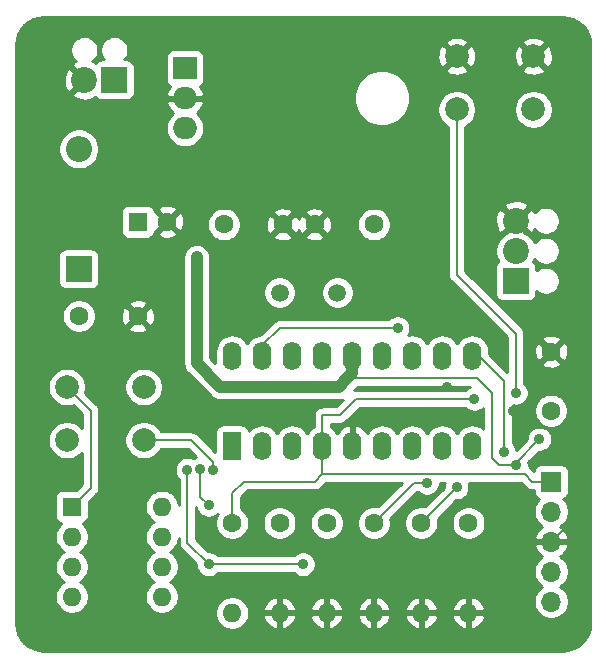
<source format=gbr>
%TF.GenerationSoftware,KiCad,Pcbnew,(5.1.9)-1*%
%TF.CreationDate,2021-08-22T03:34:57+05:30*%
%TF.ProjectId,G18_TRANSMITTER_laser_communication_system,4731385f-5452-4414-9e53-4d4954544552,rev?*%
%TF.SameCoordinates,Original*%
%TF.FileFunction,Copper,L2,Bot*%
%TF.FilePolarity,Positive*%
%FSLAX46Y46*%
G04 Gerber Fmt 4.6, Leading zero omitted, Abs format (unit mm)*
G04 Created by KiCad (PCBNEW (5.1.9)-1) date 2021-08-22 03:34:57*
%MOMM*%
%LPD*%
G01*
G04 APERTURE LIST*
%TA.AperFunction,ComponentPad*%
%ADD10O,1.700000X1.700000*%
%TD*%
%TA.AperFunction,ComponentPad*%
%ADD11R,1.700000X1.700000*%
%TD*%
%TA.AperFunction,ComponentPad*%
%ADD12C,1.600000*%
%TD*%
%TA.AperFunction,ComponentPad*%
%ADD13R,1.600000X1.600000*%
%TD*%
%TA.AperFunction,ComponentPad*%
%ADD14R,2.200000X2.200000*%
%TD*%
%TA.AperFunction,ComponentPad*%
%ADD15O,2.200000X2.200000*%
%TD*%
%TA.AperFunction,ComponentPad*%
%ADD16C,2.200000*%
%TD*%
%TA.AperFunction,ComponentPad*%
%ADD17O,1.600000X1.600000*%
%TD*%
%TA.AperFunction,ComponentPad*%
%ADD18C,2.000000*%
%TD*%
%TA.AperFunction,ComponentPad*%
%ADD19R,2.000000X1.905000*%
%TD*%
%TA.AperFunction,ComponentPad*%
%ADD20O,2.000000X1.905000*%
%TD*%
%TA.AperFunction,ComponentPad*%
%ADD21R,1.600000X2.400000*%
%TD*%
%TA.AperFunction,ComponentPad*%
%ADD22O,1.600000X2.400000*%
%TD*%
%TA.AperFunction,ComponentPad*%
%ADD23C,1.500000*%
%TD*%
%TA.AperFunction,ViaPad*%
%ADD24C,0.900000*%
%TD*%
%TA.AperFunction,Conductor*%
%ADD25C,0.203200*%
%TD*%
%TA.AperFunction,Conductor*%
%ADD26C,1.000000*%
%TD*%
%TA.AperFunction,Conductor*%
%ADD27C,0.254000*%
%TD*%
%TA.AperFunction,Conductor*%
%ADD28C,0.100000*%
%TD*%
G04 APERTURE END LIST*
D10*
%TO.P,ICSP,5*%
%TO.N,CLOCK*%
X116000000Y-113160000D03*
%TO.P,ICSP,4*%
%TO.N,DATA*%
X116000000Y-110620000D03*
%TO.P,ICSP,3*%
%TO.N,GND*%
X116000000Y-108080000D03*
%TO.P,ICSP,2*%
%TO.N,5V*%
X116000000Y-105540000D03*
D11*
%TO.P,ICSP,1*%
%TO.N,MCLR*%
X116000000Y-103000000D03*
%TD*%
D12*
%TO.P,C5,2*%
%TO.N,GND*%
X81000000Y-89000000D03*
%TO.P,C5,1*%
%TO.N,5V*%
X76000000Y-89000000D03*
%TD*%
D13*
%TO.P,C1,1*%
%TO.N,Net-(C1-Pad1)*%
X81000000Y-81000000D03*
D12*
%TO.P,C1,2*%
%TO.N,GND*%
X83500000Y-81000000D03*
%TD*%
%TO.P,C2,1*%
%TO.N,5V*%
X116000000Y-97000000D03*
%TO.P,C2,2*%
%TO.N,GND*%
X116000000Y-92000000D03*
%TD*%
%TO.P,C3,2*%
%TO.N,GND*%
X93278000Y-81236000D03*
%TO.P,C3,1*%
%TO.N,Net-(C3-Pad1)*%
X88278000Y-81236000D03*
%TD*%
%TO.P,C4,1*%
%TO.N,Net-(C4-Pad1)*%
X100978000Y-81236000D03*
%TO.P,C4,2*%
%TO.N,GND*%
X95978000Y-81236000D03*
%TD*%
D14*
%TO.P,D1,1*%
%TO.N,Net-(C1-Pad1)*%
X76000000Y-85000000D03*
D15*
%TO.P,D1,2*%
%TO.N,Net-(D1-Pad2)*%
X76000000Y-74840000D03*
%TD*%
D14*
%TO.P,J1,1*%
%TO.N,Net-(D1-Pad2)*%
X79000000Y-69000000D03*
D16*
%TO.P,J1,2*%
%TO.N,GND*%
X76460000Y-69000000D03*
%TD*%
D14*
%TO.P,J2,1*%
%TO.N,LASER*%
X113000000Y-86000000D03*
D16*
%TO.P,J2,2*%
%TO.N,5V*%
X113000000Y-83460000D03*
%TO.P,J2,3*%
%TO.N,GND*%
X113000000Y-80920000D03*
%TD*%
D17*
%TO.P,R1,2*%
%TO.N,GND*%
X109000000Y-114120000D03*
D12*
%TO.P,R1,1*%
%TO.N,SEND*%
X109000000Y-106500000D03*
%TD*%
D17*
%TO.P,R2,2*%
%TO.N,GND*%
X105000000Y-114120000D03*
D12*
%TO.P,R2,1*%
%TO.N,BIT0*%
X105000000Y-106500000D03*
%TD*%
%TO.P,R3,1*%
%TO.N,BIT1*%
X101000000Y-106500000D03*
D17*
%TO.P,R3,2*%
%TO.N,GND*%
X101000000Y-114120000D03*
%TD*%
%TO.P,R4,2*%
%TO.N,GND*%
X97000000Y-114120000D03*
D12*
%TO.P,R4,1*%
%TO.N,BIT2*%
X97000000Y-106500000D03*
%TD*%
%TO.P,R5,1*%
%TO.N,BIT3*%
X93000000Y-106500000D03*
D17*
%TO.P,R5,2*%
%TO.N,GND*%
X93000000Y-114120000D03*
%TD*%
D12*
%TO.P,R6,1*%
%TO.N,MCLR*%
X89000000Y-106500000D03*
D17*
%TO.P,R6,2*%
%TO.N,5V*%
X89000000Y-114120000D03*
%TD*%
D18*
%TO.P,SW1,2*%
%TO.N,SEND*%
X75000000Y-99500000D03*
%TO.P,SW1,1*%
%TO.N,5V*%
X75000000Y-95000000D03*
%TO.P,SW1,2*%
%TO.N,SEND*%
X81500000Y-99500000D03*
%TO.P,SW1,1*%
%TO.N,5V*%
X81500000Y-95000000D03*
%TD*%
D13*
%TO.P,SW2,1*%
%TO.N,5V*%
X75406000Y-105124000D03*
D17*
%TO.P,SW2,5*%
%TO.N,BIT3*%
X83026000Y-112744000D03*
%TO.P,SW2,2*%
%TO.N,5V*%
X75406000Y-107664000D03*
%TO.P,SW2,6*%
%TO.N,BIT2*%
X83026000Y-110204000D03*
%TO.P,SW2,3*%
%TO.N,5V*%
X75406000Y-110204000D03*
%TO.P,SW2,7*%
%TO.N,BIT1*%
X83026000Y-107664000D03*
%TO.P,SW2,4*%
%TO.N,5V*%
X75406000Y-112744000D03*
%TO.P,SW2,8*%
%TO.N,BIT0*%
X83026000Y-105124000D03*
%TD*%
D18*
%TO.P,SW3,1*%
%TO.N,GND*%
X114500000Y-67000000D03*
%TO.P,SW3,2*%
%TO.N,MCLR*%
X114500000Y-71500000D03*
%TO.P,SW3,1*%
%TO.N,GND*%
X108000000Y-67000000D03*
%TO.P,SW3,2*%
%TO.N,MCLR*%
X108000000Y-71500000D03*
%TD*%
D19*
%TO.P,U1,1*%
%TO.N,Net-(C1-Pad1)*%
X85000000Y-68000000D03*
D20*
%TO.P,U1,2*%
%TO.N,GND*%
X85000000Y-70540000D03*
%TO.P,U1,3*%
%TO.N,5V*%
X85000000Y-73080000D03*
%TD*%
D21*
%TO.P,U2,1*%
%TO.N,Net-(U2-Pad1)*%
X89000000Y-100000000D03*
D22*
%TO.P,U2,10*%
%TO.N,BIT0*%
X109320000Y-92380000D03*
%TO.P,U2,2*%
%TO.N,Net-(U2-Pad2)*%
X91540000Y-100000000D03*
%TO.P,U2,11*%
%TO.N,Net-(U2-Pad11)*%
X106780000Y-92380000D03*
%TO.P,U2,3*%
%TO.N,Net-(U2-Pad3)*%
X94080000Y-100000000D03*
%TO.P,U2,12*%
%TO.N,CLOCK*%
X104240000Y-92380000D03*
%TO.P,U2,4*%
%TO.N,MCLR*%
X96620000Y-100000000D03*
%TO.P,U2,13*%
%TO.N,DATA*%
X101700000Y-92380000D03*
%TO.P,U2,5*%
%TO.N,GND*%
X99160000Y-100000000D03*
%TO.P,U2,14*%
%TO.N,5V*%
X99160000Y-92380000D03*
%TO.P,U2,6*%
%TO.N,SEND*%
X101700000Y-100000000D03*
%TO.P,U2,15*%
%TO.N,Net-(C4-Pad1)*%
X96620000Y-92380000D03*
%TO.P,U2,7*%
%TO.N,BIT3*%
X104240000Y-100000000D03*
%TO.P,U2,16*%
%TO.N,Net-(C3-Pad1)*%
X94080000Y-92380000D03*
%TO.P,U2,8*%
%TO.N,BIT2*%
X106780000Y-100000000D03*
%TO.P,U2,17*%
%TO.N,LASER*%
X91540000Y-92380000D03*
%TO.P,U2,9*%
%TO.N,BIT1*%
X109320000Y-100000000D03*
%TO.P,U2,18*%
%TO.N,Net-(U2-Pad18)*%
X89000000Y-92380000D03*
%TD*%
D23*
%TO.P,Y1,1*%
%TO.N,Net-(C3-Pad1)*%
X93000000Y-87000000D03*
%TO.P,Y1,2*%
%TO.N,Net-(C4-Pad1)*%
X97900000Y-87000000D03*
%TD*%
D24*
%TO.N,GND*%
X108200000Y-87200000D03*
X106800000Y-82600000D03*
X113800000Y-98000000D03*
X112800000Y-97000000D03*
X107200000Y-95004800D03*
%TO.N,5V*%
X86000000Y-84000000D03*
X86000000Y-93000000D03*
X113000000Y-101600000D03*
X115000000Y-99400000D03*
%TO.N,LASER*%
X103000000Y-90000000D03*
%TO.N,MCLR*%
X109500000Y-96000000D03*
X113000000Y-95500000D03*
%TO.N,SEND*%
X87400000Y-102000000D03*
%TO.N,BIT0*%
X112000000Y-100500000D03*
X108000000Y-103500000D03*
%TO.N,BIT1*%
X105500000Y-103134800D03*
%TO.N,BIT2*%
X87000000Y-110000000D03*
X95000000Y-110000000D03*
X85195369Y-102008596D03*
%TO.N,BIT3*%
X87000000Y-105000000D03*
X86297499Y-101959748D03*
%TD*%
D25*
%TO.N,GND*%
X106800000Y-85800000D02*
X106800000Y-82600000D01*
X108200000Y-87200000D02*
X106800000Y-85800000D01*
X114249999Y-98449999D02*
X116649999Y-98449999D01*
X113800000Y-98000000D02*
X114249999Y-98449999D01*
X116649999Y-98449999D02*
X118400000Y-100200000D01*
X118400000Y-105680000D02*
X116000000Y-108080000D01*
X118400000Y-100200000D02*
X118400000Y-105680000D01*
X113800000Y-98000000D02*
X112800000Y-97000000D01*
D26*
%TO.N,5V*%
X99160000Y-92380000D02*
X99160000Y-93840000D01*
X98000000Y-95000000D02*
X88000000Y-95000000D01*
X86000000Y-93000000D02*
X86000000Y-84000000D01*
X88000000Y-95000000D02*
X86000000Y-93000000D01*
D25*
X77000000Y-103530000D02*
X75406000Y-105124000D01*
X77000000Y-97000000D02*
X77000000Y-103530000D01*
X75000000Y-95000000D02*
X77000000Y-97000000D01*
X111000000Y-101000000D02*
X111000000Y-95500000D01*
X109750000Y-94250000D02*
X98750000Y-94250000D01*
X111000000Y-95500000D02*
X109750000Y-94250000D01*
D26*
X98750000Y-94250000D02*
X98000000Y-95000000D01*
X99160000Y-93840000D02*
X98750000Y-94250000D01*
D25*
X111000000Y-101000000D02*
X111400000Y-101400000D01*
X111600000Y-101600000D02*
X113000000Y-101600000D01*
X111400000Y-101400000D02*
X111600000Y-101600000D01*
X113000000Y-101400000D02*
X113000000Y-101600000D01*
X115000000Y-99400000D02*
X113000000Y-101400000D01*
%TO.N,LASER*%
X103000000Y-90000000D02*
X93000000Y-90000000D01*
X91540000Y-91460000D02*
X91540000Y-92380000D01*
X93000000Y-90000000D02*
X91540000Y-91460000D01*
%TO.N,MCLR*%
X96620000Y-100000000D02*
X96620000Y-102380000D01*
X96620000Y-102380000D02*
X96000000Y-103000000D01*
X96000000Y-103000000D02*
X90000000Y-103000000D01*
X90000000Y-103000000D02*
X89000000Y-104000000D01*
X89000000Y-104000000D02*
X89000000Y-106500000D01*
X96620000Y-100000000D02*
X96620000Y-97380000D01*
X96620000Y-97380000D02*
X98120000Y-97380000D01*
X99500000Y-96000000D02*
X109500000Y-96000000D01*
X98120000Y-97380000D02*
X99500000Y-96000000D01*
X108000000Y-85500000D02*
X108000000Y-71500000D01*
X113000000Y-90500000D02*
X108000000Y-85500000D01*
X113000000Y-95500000D02*
X113000000Y-90500000D01*
X114400000Y-103000000D02*
X116000000Y-103000000D01*
X113780000Y-102380000D02*
X114400000Y-103000000D01*
X96620000Y-102380000D02*
X113780000Y-102380000D01*
%TO.N,SEND*%
X87400000Y-101363586D02*
X87400000Y-102000000D01*
X81500000Y-99500000D02*
X85536414Y-99500000D01*
X85536414Y-99500000D02*
X87400000Y-101363586D01*
%TO.N,BIT0*%
X109320000Y-92380000D02*
X109880000Y-92380000D01*
X109880000Y-92380000D02*
X111406410Y-93906410D01*
X112000000Y-94500000D02*
X112000000Y-100500000D01*
X111406410Y-93906410D02*
X112000000Y-94500000D01*
X108000000Y-103500000D02*
X105000000Y-106500000D01*
%TO.N,BIT1*%
X104365200Y-103134800D02*
X101000000Y-106500000D01*
X105500000Y-103134800D02*
X104365200Y-103134800D01*
%TO.N,BIT2*%
X87000000Y-110000000D02*
X95000000Y-110000000D01*
X85195369Y-108195369D02*
X85195369Y-102008596D01*
X87000000Y-110000000D02*
X85195369Y-108195369D01*
%TO.N,BIT3*%
X87000000Y-105000000D02*
X86297499Y-104297499D01*
X86297499Y-104297499D02*
X86297499Y-101959748D01*
%TD*%
D27*
%TO.N,GND*%
X117449016Y-63732312D02*
X117880930Y-63862714D01*
X118279285Y-64074524D01*
X118628914Y-64359675D01*
X118916497Y-64707303D01*
X119131086Y-65104177D01*
X119264498Y-65535161D01*
X119315000Y-66015654D01*
X119315001Y-114966485D01*
X119267688Y-115449016D01*
X119137287Y-115880927D01*
X118925480Y-116279280D01*
X118640325Y-116628914D01*
X118292697Y-116916497D01*
X117895825Y-117131085D01*
X117464834Y-117264500D01*
X116984346Y-117315000D01*
X73033504Y-117315000D01*
X72550984Y-117267688D01*
X72119073Y-117137287D01*
X71720720Y-116925480D01*
X71371086Y-116640325D01*
X71083503Y-116292697D01*
X70868915Y-115895825D01*
X70735500Y-115464834D01*
X70685000Y-114984346D01*
X70685000Y-94838967D01*
X73365000Y-94838967D01*
X73365000Y-95161033D01*
X73427832Y-95476912D01*
X73551082Y-95774463D01*
X73730013Y-96042252D01*
X73957748Y-96269987D01*
X74225537Y-96448918D01*
X74523088Y-96572168D01*
X74838967Y-96635000D01*
X75161033Y-96635000D01*
X75476912Y-96572168D01*
X75514775Y-96556485D01*
X76263400Y-97305110D01*
X76263400Y-98451161D01*
X76042252Y-98230013D01*
X75774463Y-98051082D01*
X75476912Y-97927832D01*
X75161033Y-97865000D01*
X74838967Y-97865000D01*
X74523088Y-97927832D01*
X74225537Y-98051082D01*
X73957748Y-98230013D01*
X73730013Y-98457748D01*
X73551082Y-98725537D01*
X73427832Y-99023088D01*
X73365000Y-99338967D01*
X73365000Y-99661033D01*
X73427832Y-99976912D01*
X73551082Y-100274463D01*
X73730013Y-100542252D01*
X73957748Y-100769987D01*
X74225537Y-100948918D01*
X74523088Y-101072168D01*
X74838967Y-101135000D01*
X75161033Y-101135000D01*
X75476912Y-101072168D01*
X75774463Y-100948918D01*
X76042252Y-100769987D01*
X76263401Y-100548838D01*
X76263401Y-103224890D01*
X75802363Y-103685928D01*
X74606000Y-103685928D01*
X74481518Y-103698188D01*
X74361820Y-103734498D01*
X74251506Y-103793463D01*
X74154815Y-103872815D01*
X74075463Y-103969506D01*
X74016498Y-104079820D01*
X73980188Y-104199518D01*
X73967928Y-104324000D01*
X73967928Y-105924000D01*
X73980188Y-106048482D01*
X74016498Y-106168180D01*
X74075463Y-106278494D01*
X74154815Y-106375185D01*
X74251506Y-106454537D01*
X74361820Y-106513502D01*
X74481518Y-106549812D01*
X74489961Y-106550643D01*
X74291363Y-106749241D01*
X74134320Y-106984273D01*
X74026147Y-107245426D01*
X73971000Y-107522665D01*
X73971000Y-107805335D01*
X74026147Y-108082574D01*
X74134320Y-108343727D01*
X74291363Y-108578759D01*
X74491241Y-108778637D01*
X74723759Y-108934000D01*
X74491241Y-109089363D01*
X74291363Y-109289241D01*
X74134320Y-109524273D01*
X74026147Y-109785426D01*
X73971000Y-110062665D01*
X73971000Y-110345335D01*
X74026147Y-110622574D01*
X74134320Y-110883727D01*
X74291363Y-111118759D01*
X74491241Y-111318637D01*
X74723759Y-111474000D01*
X74491241Y-111629363D01*
X74291363Y-111829241D01*
X74134320Y-112064273D01*
X74026147Y-112325426D01*
X73971000Y-112602665D01*
X73971000Y-112885335D01*
X74026147Y-113162574D01*
X74134320Y-113423727D01*
X74291363Y-113658759D01*
X74491241Y-113858637D01*
X74726273Y-114015680D01*
X74987426Y-114123853D01*
X75264665Y-114179000D01*
X75547335Y-114179000D01*
X75824574Y-114123853D01*
X76085727Y-114015680D01*
X76320759Y-113858637D01*
X76520637Y-113658759D01*
X76677680Y-113423727D01*
X76785853Y-113162574D01*
X76841000Y-112885335D01*
X76841000Y-112602665D01*
X76785853Y-112325426D01*
X76677680Y-112064273D01*
X76520637Y-111829241D01*
X76320759Y-111629363D01*
X76088241Y-111474000D01*
X76320759Y-111318637D01*
X76520637Y-111118759D01*
X76677680Y-110883727D01*
X76785853Y-110622574D01*
X76841000Y-110345335D01*
X76841000Y-110062665D01*
X76785853Y-109785426D01*
X76677680Y-109524273D01*
X76520637Y-109289241D01*
X76320759Y-109089363D01*
X76088241Y-108934000D01*
X76320759Y-108778637D01*
X76520637Y-108578759D01*
X76677680Y-108343727D01*
X76785853Y-108082574D01*
X76841000Y-107805335D01*
X76841000Y-107522665D01*
X76785853Y-107245426D01*
X76677680Y-106984273D01*
X76520637Y-106749241D01*
X76322039Y-106550643D01*
X76330482Y-106549812D01*
X76450180Y-106513502D01*
X76560494Y-106454537D01*
X76657185Y-106375185D01*
X76736537Y-106278494D01*
X76795502Y-106168180D01*
X76831812Y-106048482D01*
X76844072Y-105924000D01*
X76844072Y-104727637D01*
X77495263Y-104076446D01*
X77523375Y-104053375D01*
X77615424Y-103941213D01*
X77683822Y-103813249D01*
X77725942Y-103674399D01*
X77736600Y-103566186D01*
X77736600Y-103566177D01*
X77740163Y-103530001D01*
X77736600Y-103493825D01*
X77736600Y-99338967D01*
X79865000Y-99338967D01*
X79865000Y-99661033D01*
X79927832Y-99976912D01*
X80051082Y-100274463D01*
X80230013Y-100542252D01*
X80457748Y-100769987D01*
X80725537Y-100948918D01*
X81023088Y-101072168D01*
X81338967Y-101135000D01*
X81661033Y-101135000D01*
X81976912Y-101072168D01*
X82274463Y-100948918D01*
X82542252Y-100769987D01*
X82769987Y-100542252D01*
X82948918Y-100274463D01*
X82964601Y-100236600D01*
X85231305Y-100236600D01*
X85931612Y-100936908D01*
X85783559Y-100998233D01*
X85709881Y-101047463D01*
X85709309Y-101047081D01*
X85511852Y-100965292D01*
X85302232Y-100923596D01*
X85088506Y-100923596D01*
X84878886Y-100965292D01*
X84681429Y-101047081D01*
X84503722Y-101165821D01*
X84352594Y-101316949D01*
X84233854Y-101494656D01*
X84152065Y-101692113D01*
X84110369Y-101901733D01*
X84110369Y-102115459D01*
X84152065Y-102325079D01*
X84233854Y-102522536D01*
X84352594Y-102700243D01*
X84458770Y-102806419D01*
X84458770Y-104971452D01*
X84405853Y-104705426D01*
X84297680Y-104444273D01*
X84140637Y-104209241D01*
X83940759Y-104009363D01*
X83705727Y-103852320D01*
X83444574Y-103744147D01*
X83167335Y-103689000D01*
X82884665Y-103689000D01*
X82607426Y-103744147D01*
X82346273Y-103852320D01*
X82111241Y-104009363D01*
X81911363Y-104209241D01*
X81754320Y-104444273D01*
X81646147Y-104705426D01*
X81591000Y-104982665D01*
X81591000Y-105265335D01*
X81646147Y-105542574D01*
X81754320Y-105803727D01*
X81911363Y-106038759D01*
X82111241Y-106238637D01*
X82343759Y-106394000D01*
X82111241Y-106549363D01*
X81911363Y-106749241D01*
X81754320Y-106984273D01*
X81646147Y-107245426D01*
X81591000Y-107522665D01*
X81591000Y-107805335D01*
X81646147Y-108082574D01*
X81754320Y-108343727D01*
X81911363Y-108578759D01*
X82111241Y-108778637D01*
X82343759Y-108934000D01*
X82111241Y-109089363D01*
X81911363Y-109289241D01*
X81754320Y-109524273D01*
X81646147Y-109785426D01*
X81591000Y-110062665D01*
X81591000Y-110345335D01*
X81646147Y-110622574D01*
X81754320Y-110883727D01*
X81911363Y-111118759D01*
X82111241Y-111318637D01*
X82343759Y-111474000D01*
X82111241Y-111629363D01*
X81911363Y-111829241D01*
X81754320Y-112064273D01*
X81646147Y-112325426D01*
X81591000Y-112602665D01*
X81591000Y-112885335D01*
X81646147Y-113162574D01*
X81754320Y-113423727D01*
X81911363Y-113658759D01*
X82111241Y-113858637D01*
X82346273Y-114015680D01*
X82607426Y-114123853D01*
X82884665Y-114179000D01*
X83167335Y-114179000D01*
X83444574Y-114123853D01*
X83705727Y-114015680D01*
X83761123Y-113978665D01*
X87565000Y-113978665D01*
X87565000Y-114261335D01*
X87620147Y-114538574D01*
X87728320Y-114799727D01*
X87885363Y-115034759D01*
X88085241Y-115234637D01*
X88320273Y-115391680D01*
X88581426Y-115499853D01*
X88858665Y-115555000D01*
X89141335Y-115555000D01*
X89418574Y-115499853D01*
X89679727Y-115391680D01*
X89914759Y-115234637D01*
X90114637Y-115034759D01*
X90271680Y-114799727D01*
X90379853Y-114538574D01*
X90393684Y-114469040D01*
X91608091Y-114469040D01*
X91702930Y-114733881D01*
X91847615Y-114975131D01*
X92036586Y-115183519D01*
X92262580Y-115351037D01*
X92516913Y-115471246D01*
X92650961Y-115511904D01*
X92873000Y-115389915D01*
X92873000Y-114247000D01*
X93127000Y-114247000D01*
X93127000Y-115389915D01*
X93349039Y-115511904D01*
X93483087Y-115471246D01*
X93737420Y-115351037D01*
X93963414Y-115183519D01*
X94152385Y-114975131D01*
X94297070Y-114733881D01*
X94391909Y-114469040D01*
X95608091Y-114469040D01*
X95702930Y-114733881D01*
X95847615Y-114975131D01*
X96036586Y-115183519D01*
X96262580Y-115351037D01*
X96516913Y-115471246D01*
X96650961Y-115511904D01*
X96873000Y-115389915D01*
X96873000Y-114247000D01*
X97127000Y-114247000D01*
X97127000Y-115389915D01*
X97349039Y-115511904D01*
X97483087Y-115471246D01*
X97737420Y-115351037D01*
X97963414Y-115183519D01*
X98152385Y-114975131D01*
X98297070Y-114733881D01*
X98391909Y-114469040D01*
X99608091Y-114469040D01*
X99702930Y-114733881D01*
X99847615Y-114975131D01*
X100036586Y-115183519D01*
X100262580Y-115351037D01*
X100516913Y-115471246D01*
X100650961Y-115511904D01*
X100873000Y-115389915D01*
X100873000Y-114247000D01*
X101127000Y-114247000D01*
X101127000Y-115389915D01*
X101349039Y-115511904D01*
X101483087Y-115471246D01*
X101737420Y-115351037D01*
X101963414Y-115183519D01*
X102152385Y-114975131D01*
X102297070Y-114733881D01*
X102391909Y-114469040D01*
X103608091Y-114469040D01*
X103702930Y-114733881D01*
X103847615Y-114975131D01*
X104036586Y-115183519D01*
X104262580Y-115351037D01*
X104516913Y-115471246D01*
X104650961Y-115511904D01*
X104873000Y-115389915D01*
X104873000Y-114247000D01*
X105127000Y-114247000D01*
X105127000Y-115389915D01*
X105349039Y-115511904D01*
X105483087Y-115471246D01*
X105737420Y-115351037D01*
X105963414Y-115183519D01*
X106152385Y-114975131D01*
X106297070Y-114733881D01*
X106391909Y-114469040D01*
X107608091Y-114469040D01*
X107702930Y-114733881D01*
X107847615Y-114975131D01*
X108036586Y-115183519D01*
X108262580Y-115351037D01*
X108516913Y-115471246D01*
X108650961Y-115511904D01*
X108873000Y-115389915D01*
X108873000Y-114247000D01*
X109127000Y-114247000D01*
X109127000Y-115389915D01*
X109349039Y-115511904D01*
X109483087Y-115471246D01*
X109737420Y-115351037D01*
X109963414Y-115183519D01*
X110152385Y-114975131D01*
X110297070Y-114733881D01*
X110391909Y-114469040D01*
X110270624Y-114247000D01*
X109127000Y-114247000D01*
X108873000Y-114247000D01*
X107729376Y-114247000D01*
X107608091Y-114469040D01*
X106391909Y-114469040D01*
X106270624Y-114247000D01*
X105127000Y-114247000D01*
X104873000Y-114247000D01*
X103729376Y-114247000D01*
X103608091Y-114469040D01*
X102391909Y-114469040D01*
X102270624Y-114247000D01*
X101127000Y-114247000D01*
X100873000Y-114247000D01*
X99729376Y-114247000D01*
X99608091Y-114469040D01*
X98391909Y-114469040D01*
X98270624Y-114247000D01*
X97127000Y-114247000D01*
X96873000Y-114247000D01*
X95729376Y-114247000D01*
X95608091Y-114469040D01*
X94391909Y-114469040D01*
X94270624Y-114247000D01*
X93127000Y-114247000D01*
X92873000Y-114247000D01*
X91729376Y-114247000D01*
X91608091Y-114469040D01*
X90393684Y-114469040D01*
X90435000Y-114261335D01*
X90435000Y-113978665D01*
X90393685Y-113770960D01*
X91608091Y-113770960D01*
X91729376Y-113993000D01*
X92873000Y-113993000D01*
X92873000Y-112850085D01*
X93127000Y-112850085D01*
X93127000Y-113993000D01*
X94270624Y-113993000D01*
X94391909Y-113770960D01*
X95608091Y-113770960D01*
X95729376Y-113993000D01*
X96873000Y-113993000D01*
X96873000Y-112850085D01*
X97127000Y-112850085D01*
X97127000Y-113993000D01*
X98270624Y-113993000D01*
X98391909Y-113770960D01*
X99608091Y-113770960D01*
X99729376Y-113993000D01*
X100873000Y-113993000D01*
X100873000Y-112850085D01*
X101127000Y-112850085D01*
X101127000Y-113993000D01*
X102270624Y-113993000D01*
X102391909Y-113770960D01*
X103608091Y-113770960D01*
X103729376Y-113993000D01*
X104873000Y-113993000D01*
X104873000Y-112850085D01*
X105127000Y-112850085D01*
X105127000Y-113993000D01*
X106270624Y-113993000D01*
X106391909Y-113770960D01*
X107608091Y-113770960D01*
X107729376Y-113993000D01*
X108873000Y-113993000D01*
X108873000Y-112850085D01*
X109127000Y-112850085D01*
X109127000Y-113993000D01*
X110270624Y-113993000D01*
X110391909Y-113770960D01*
X110297070Y-113506119D01*
X110152385Y-113264869D01*
X109963414Y-113056481D01*
X109737420Y-112888963D01*
X109483087Y-112768754D01*
X109349039Y-112728096D01*
X109127000Y-112850085D01*
X108873000Y-112850085D01*
X108650961Y-112728096D01*
X108516913Y-112768754D01*
X108262580Y-112888963D01*
X108036586Y-113056481D01*
X107847615Y-113264869D01*
X107702930Y-113506119D01*
X107608091Y-113770960D01*
X106391909Y-113770960D01*
X106297070Y-113506119D01*
X106152385Y-113264869D01*
X105963414Y-113056481D01*
X105737420Y-112888963D01*
X105483087Y-112768754D01*
X105349039Y-112728096D01*
X105127000Y-112850085D01*
X104873000Y-112850085D01*
X104650961Y-112728096D01*
X104516913Y-112768754D01*
X104262580Y-112888963D01*
X104036586Y-113056481D01*
X103847615Y-113264869D01*
X103702930Y-113506119D01*
X103608091Y-113770960D01*
X102391909Y-113770960D01*
X102297070Y-113506119D01*
X102152385Y-113264869D01*
X101963414Y-113056481D01*
X101737420Y-112888963D01*
X101483087Y-112768754D01*
X101349039Y-112728096D01*
X101127000Y-112850085D01*
X100873000Y-112850085D01*
X100650961Y-112728096D01*
X100516913Y-112768754D01*
X100262580Y-112888963D01*
X100036586Y-113056481D01*
X99847615Y-113264869D01*
X99702930Y-113506119D01*
X99608091Y-113770960D01*
X98391909Y-113770960D01*
X98297070Y-113506119D01*
X98152385Y-113264869D01*
X97963414Y-113056481D01*
X97737420Y-112888963D01*
X97483087Y-112768754D01*
X97349039Y-112728096D01*
X97127000Y-112850085D01*
X96873000Y-112850085D01*
X96650961Y-112728096D01*
X96516913Y-112768754D01*
X96262580Y-112888963D01*
X96036586Y-113056481D01*
X95847615Y-113264869D01*
X95702930Y-113506119D01*
X95608091Y-113770960D01*
X94391909Y-113770960D01*
X94297070Y-113506119D01*
X94152385Y-113264869D01*
X93963414Y-113056481D01*
X93737420Y-112888963D01*
X93483087Y-112768754D01*
X93349039Y-112728096D01*
X93127000Y-112850085D01*
X92873000Y-112850085D01*
X92650961Y-112728096D01*
X92516913Y-112768754D01*
X92262580Y-112888963D01*
X92036586Y-113056481D01*
X91847615Y-113264869D01*
X91702930Y-113506119D01*
X91608091Y-113770960D01*
X90393685Y-113770960D01*
X90379853Y-113701426D01*
X90271680Y-113440273D01*
X90114637Y-113205241D01*
X89914759Y-113005363D01*
X89679727Y-112848320D01*
X89418574Y-112740147D01*
X89141335Y-112685000D01*
X88858665Y-112685000D01*
X88581426Y-112740147D01*
X88320273Y-112848320D01*
X88085241Y-113005363D01*
X87885363Y-113205241D01*
X87728320Y-113440273D01*
X87620147Y-113701426D01*
X87565000Y-113978665D01*
X83761123Y-113978665D01*
X83940759Y-113858637D01*
X84140637Y-113658759D01*
X84297680Y-113423727D01*
X84405853Y-113162574D01*
X84461000Y-112885335D01*
X84461000Y-112602665D01*
X84405853Y-112325426D01*
X84297680Y-112064273D01*
X84140637Y-111829241D01*
X83940759Y-111629363D01*
X83708241Y-111474000D01*
X83940759Y-111318637D01*
X84140637Y-111118759D01*
X84297680Y-110883727D01*
X84405853Y-110622574D01*
X84461000Y-110345335D01*
X84461000Y-110062665D01*
X84405853Y-109785426D01*
X84297680Y-109524273D01*
X84140637Y-109289241D01*
X83940759Y-109089363D01*
X83708241Y-108934000D01*
X83940759Y-108778637D01*
X84140637Y-108578759D01*
X84297680Y-108343727D01*
X84405853Y-108082574D01*
X84458769Y-107816551D01*
X84458769Y-108159186D01*
X84455205Y-108195369D01*
X84458769Y-108231552D01*
X84458769Y-108231554D01*
X84469427Y-108339767D01*
X84511547Y-108478617D01*
X84579945Y-108606581D01*
X84671994Y-108718743D01*
X84700101Y-108741810D01*
X85915000Y-109956710D01*
X85915000Y-110106863D01*
X85956696Y-110316483D01*
X86038485Y-110513940D01*
X86157225Y-110691647D01*
X86308353Y-110842775D01*
X86486060Y-110961515D01*
X86683517Y-111043304D01*
X86893137Y-111085000D01*
X87106863Y-111085000D01*
X87316483Y-111043304D01*
X87513940Y-110961515D01*
X87691647Y-110842775D01*
X87797822Y-110736600D01*
X94202178Y-110736600D01*
X94308353Y-110842775D01*
X94486060Y-110961515D01*
X94683517Y-111043304D01*
X94893137Y-111085000D01*
X95106863Y-111085000D01*
X95316483Y-111043304D01*
X95513940Y-110961515D01*
X95691647Y-110842775D01*
X95842775Y-110691647D01*
X95961515Y-110513940D01*
X95978166Y-110473740D01*
X114515000Y-110473740D01*
X114515000Y-110766260D01*
X114572068Y-111053158D01*
X114684010Y-111323411D01*
X114846525Y-111566632D01*
X115053368Y-111773475D01*
X115227760Y-111890000D01*
X115053368Y-112006525D01*
X114846525Y-112213368D01*
X114684010Y-112456589D01*
X114572068Y-112726842D01*
X114515000Y-113013740D01*
X114515000Y-113306260D01*
X114572068Y-113593158D01*
X114684010Y-113863411D01*
X114846525Y-114106632D01*
X115053368Y-114313475D01*
X115296589Y-114475990D01*
X115566842Y-114587932D01*
X115853740Y-114645000D01*
X116146260Y-114645000D01*
X116433158Y-114587932D01*
X116703411Y-114475990D01*
X116946632Y-114313475D01*
X117153475Y-114106632D01*
X117315990Y-113863411D01*
X117427932Y-113593158D01*
X117485000Y-113306260D01*
X117485000Y-113013740D01*
X117427932Y-112726842D01*
X117315990Y-112456589D01*
X117153475Y-112213368D01*
X116946632Y-112006525D01*
X116772240Y-111890000D01*
X116946632Y-111773475D01*
X117153475Y-111566632D01*
X117315990Y-111323411D01*
X117427932Y-111053158D01*
X117485000Y-110766260D01*
X117485000Y-110473740D01*
X117427932Y-110186842D01*
X117315990Y-109916589D01*
X117153475Y-109673368D01*
X116946632Y-109466525D01*
X116764466Y-109344805D01*
X116881355Y-109275178D01*
X117097588Y-109080269D01*
X117271641Y-108846920D01*
X117396825Y-108584099D01*
X117441476Y-108436890D01*
X117320155Y-108207000D01*
X116127000Y-108207000D01*
X116127000Y-108227000D01*
X115873000Y-108227000D01*
X115873000Y-108207000D01*
X114679845Y-108207000D01*
X114558524Y-108436890D01*
X114603175Y-108584099D01*
X114728359Y-108846920D01*
X114902412Y-109080269D01*
X115118645Y-109275178D01*
X115235534Y-109344805D01*
X115053368Y-109466525D01*
X114846525Y-109673368D01*
X114684010Y-109916589D01*
X114572068Y-110186842D01*
X114515000Y-110473740D01*
X95978166Y-110473740D01*
X96043304Y-110316483D01*
X96085000Y-110106863D01*
X96085000Y-109893137D01*
X96043304Y-109683517D01*
X95961515Y-109486060D01*
X95842775Y-109308353D01*
X95691647Y-109157225D01*
X95513940Y-109038485D01*
X95316483Y-108956696D01*
X95106863Y-108915000D01*
X94893137Y-108915000D01*
X94683517Y-108956696D01*
X94486060Y-109038485D01*
X94308353Y-109157225D01*
X94202178Y-109263400D01*
X87797822Y-109263400D01*
X87691647Y-109157225D01*
X87513940Y-109038485D01*
X87316483Y-108956696D01*
X87106863Y-108915000D01*
X86956710Y-108915000D01*
X85931969Y-107890260D01*
X85931969Y-105192172D01*
X85956696Y-105316483D01*
X86038485Y-105513940D01*
X86157225Y-105691647D01*
X86308353Y-105842775D01*
X86486060Y-105961515D01*
X86683517Y-106043304D01*
X86893137Y-106085000D01*
X87106863Y-106085000D01*
X87316483Y-106043304D01*
X87513940Y-105961515D01*
X87691647Y-105842775D01*
X87756856Y-105777566D01*
X87728320Y-105820273D01*
X87620147Y-106081426D01*
X87565000Y-106358665D01*
X87565000Y-106641335D01*
X87620147Y-106918574D01*
X87728320Y-107179727D01*
X87885363Y-107414759D01*
X88085241Y-107614637D01*
X88320273Y-107771680D01*
X88581426Y-107879853D01*
X88858665Y-107935000D01*
X89141335Y-107935000D01*
X89418574Y-107879853D01*
X89679727Y-107771680D01*
X89914759Y-107614637D01*
X90114637Y-107414759D01*
X90271680Y-107179727D01*
X90379853Y-106918574D01*
X90435000Y-106641335D01*
X90435000Y-106358665D01*
X91565000Y-106358665D01*
X91565000Y-106641335D01*
X91620147Y-106918574D01*
X91728320Y-107179727D01*
X91885363Y-107414759D01*
X92085241Y-107614637D01*
X92320273Y-107771680D01*
X92581426Y-107879853D01*
X92858665Y-107935000D01*
X93141335Y-107935000D01*
X93418574Y-107879853D01*
X93679727Y-107771680D01*
X93914759Y-107614637D01*
X94114637Y-107414759D01*
X94271680Y-107179727D01*
X94379853Y-106918574D01*
X94435000Y-106641335D01*
X94435000Y-106358665D01*
X95565000Y-106358665D01*
X95565000Y-106641335D01*
X95620147Y-106918574D01*
X95728320Y-107179727D01*
X95885363Y-107414759D01*
X96085241Y-107614637D01*
X96320273Y-107771680D01*
X96581426Y-107879853D01*
X96858665Y-107935000D01*
X97141335Y-107935000D01*
X97418574Y-107879853D01*
X97679727Y-107771680D01*
X97914759Y-107614637D01*
X98114637Y-107414759D01*
X98271680Y-107179727D01*
X98379853Y-106918574D01*
X98435000Y-106641335D01*
X98435000Y-106358665D01*
X98379853Y-106081426D01*
X98271680Y-105820273D01*
X98114637Y-105585241D01*
X97914759Y-105385363D01*
X97679727Y-105228320D01*
X97418574Y-105120147D01*
X97141335Y-105065000D01*
X96858665Y-105065000D01*
X96581426Y-105120147D01*
X96320273Y-105228320D01*
X96085241Y-105385363D01*
X95885363Y-105585241D01*
X95728320Y-105820273D01*
X95620147Y-106081426D01*
X95565000Y-106358665D01*
X94435000Y-106358665D01*
X94379853Y-106081426D01*
X94271680Y-105820273D01*
X94114637Y-105585241D01*
X93914759Y-105385363D01*
X93679727Y-105228320D01*
X93418574Y-105120147D01*
X93141335Y-105065000D01*
X92858665Y-105065000D01*
X92581426Y-105120147D01*
X92320273Y-105228320D01*
X92085241Y-105385363D01*
X91885363Y-105585241D01*
X91728320Y-105820273D01*
X91620147Y-106081426D01*
X91565000Y-106358665D01*
X90435000Y-106358665D01*
X90379853Y-106081426D01*
X90271680Y-105820273D01*
X90114637Y-105585241D01*
X89914759Y-105385363D01*
X89736600Y-105266321D01*
X89736600Y-104305109D01*
X90305110Y-103736600D01*
X95963817Y-103736600D01*
X96000000Y-103740164D01*
X96036183Y-103736600D01*
X96036186Y-103736600D01*
X96144399Y-103725942D01*
X96283249Y-103683822D01*
X96411213Y-103615424D01*
X96523375Y-103523375D01*
X96546446Y-103495263D01*
X96925109Y-103116600D01*
X103341691Y-103116600D01*
X101351488Y-105106803D01*
X101141335Y-105065000D01*
X100858665Y-105065000D01*
X100581426Y-105120147D01*
X100320273Y-105228320D01*
X100085241Y-105385363D01*
X99885363Y-105585241D01*
X99728320Y-105820273D01*
X99620147Y-106081426D01*
X99565000Y-106358665D01*
X99565000Y-106641335D01*
X99620147Y-106918574D01*
X99728320Y-107179727D01*
X99885363Y-107414759D01*
X100085241Y-107614637D01*
X100320273Y-107771680D01*
X100581426Y-107879853D01*
X100858665Y-107935000D01*
X101141335Y-107935000D01*
X101418574Y-107879853D01*
X101679727Y-107771680D01*
X101914759Y-107614637D01*
X102114637Y-107414759D01*
X102271680Y-107179727D01*
X102379853Y-106918574D01*
X102435000Y-106641335D01*
X102435000Y-106358665D01*
X102393197Y-106148512D01*
X104670309Y-103871400D01*
X104702178Y-103871400D01*
X104808353Y-103977575D01*
X104986060Y-104096315D01*
X105183517Y-104178104D01*
X105393137Y-104219800D01*
X105606863Y-104219800D01*
X105816483Y-104178104D01*
X106013940Y-104096315D01*
X106191647Y-103977575D01*
X106342775Y-103826447D01*
X106461515Y-103648740D01*
X106543304Y-103451283D01*
X106585000Y-103241663D01*
X106585000Y-103116600D01*
X106984414Y-103116600D01*
X106956696Y-103183517D01*
X106915000Y-103393137D01*
X106915000Y-103543290D01*
X105351488Y-105106803D01*
X105141335Y-105065000D01*
X104858665Y-105065000D01*
X104581426Y-105120147D01*
X104320273Y-105228320D01*
X104085241Y-105385363D01*
X103885363Y-105585241D01*
X103728320Y-105820273D01*
X103620147Y-106081426D01*
X103565000Y-106358665D01*
X103565000Y-106641335D01*
X103620147Y-106918574D01*
X103728320Y-107179727D01*
X103885363Y-107414759D01*
X104085241Y-107614637D01*
X104320273Y-107771680D01*
X104581426Y-107879853D01*
X104858665Y-107935000D01*
X105141335Y-107935000D01*
X105418574Y-107879853D01*
X105679727Y-107771680D01*
X105914759Y-107614637D01*
X106114637Y-107414759D01*
X106271680Y-107179727D01*
X106379853Y-106918574D01*
X106435000Y-106641335D01*
X106435000Y-106358665D01*
X107565000Y-106358665D01*
X107565000Y-106641335D01*
X107620147Y-106918574D01*
X107728320Y-107179727D01*
X107885363Y-107414759D01*
X108085241Y-107614637D01*
X108320273Y-107771680D01*
X108581426Y-107879853D01*
X108858665Y-107935000D01*
X109141335Y-107935000D01*
X109418574Y-107879853D01*
X109679727Y-107771680D01*
X109914759Y-107614637D01*
X110114637Y-107414759D01*
X110271680Y-107179727D01*
X110379853Y-106918574D01*
X110435000Y-106641335D01*
X110435000Y-106358665D01*
X110379853Y-106081426D01*
X110271680Y-105820273D01*
X110114637Y-105585241D01*
X109914759Y-105385363D01*
X109679727Y-105228320D01*
X109418574Y-105120147D01*
X109141335Y-105065000D01*
X108858665Y-105065000D01*
X108581426Y-105120147D01*
X108320273Y-105228320D01*
X108085241Y-105385363D01*
X107885363Y-105585241D01*
X107728320Y-105820273D01*
X107620147Y-106081426D01*
X107565000Y-106358665D01*
X106435000Y-106358665D01*
X106393197Y-106148512D01*
X107956710Y-104585000D01*
X108106863Y-104585000D01*
X108316483Y-104543304D01*
X108513940Y-104461515D01*
X108691647Y-104342775D01*
X108842775Y-104191647D01*
X108961515Y-104013940D01*
X109043304Y-103816483D01*
X109085000Y-103606863D01*
X109085000Y-103393137D01*
X109043304Y-103183517D01*
X109015586Y-103116600D01*
X113474891Y-103116600D01*
X113853554Y-103495263D01*
X113876625Y-103523375D01*
X113988787Y-103615424D01*
X114116751Y-103683822D01*
X114255601Y-103725942D01*
X114363814Y-103736600D01*
X114363823Y-103736600D01*
X114399999Y-103740163D01*
X114436175Y-103736600D01*
X114511928Y-103736600D01*
X114511928Y-103850000D01*
X114524188Y-103974482D01*
X114560498Y-104094180D01*
X114619463Y-104204494D01*
X114698815Y-104301185D01*
X114795506Y-104380537D01*
X114905820Y-104439502D01*
X114978380Y-104461513D01*
X114846525Y-104593368D01*
X114684010Y-104836589D01*
X114572068Y-105106842D01*
X114515000Y-105393740D01*
X114515000Y-105686260D01*
X114572068Y-105973158D01*
X114684010Y-106243411D01*
X114846525Y-106486632D01*
X115053368Y-106693475D01*
X115235534Y-106815195D01*
X115118645Y-106884822D01*
X114902412Y-107079731D01*
X114728359Y-107313080D01*
X114603175Y-107575901D01*
X114558524Y-107723110D01*
X114679845Y-107953000D01*
X115873000Y-107953000D01*
X115873000Y-107933000D01*
X116127000Y-107933000D01*
X116127000Y-107953000D01*
X117320155Y-107953000D01*
X117441476Y-107723110D01*
X117396825Y-107575901D01*
X117271641Y-107313080D01*
X117097588Y-107079731D01*
X116881355Y-106884822D01*
X116764466Y-106815195D01*
X116946632Y-106693475D01*
X117153475Y-106486632D01*
X117315990Y-106243411D01*
X117427932Y-105973158D01*
X117485000Y-105686260D01*
X117485000Y-105393740D01*
X117427932Y-105106842D01*
X117315990Y-104836589D01*
X117153475Y-104593368D01*
X117021620Y-104461513D01*
X117094180Y-104439502D01*
X117204494Y-104380537D01*
X117301185Y-104301185D01*
X117380537Y-104204494D01*
X117439502Y-104094180D01*
X117475812Y-103974482D01*
X117488072Y-103850000D01*
X117488072Y-102150000D01*
X117475812Y-102025518D01*
X117439502Y-101905820D01*
X117380537Y-101795506D01*
X117301185Y-101698815D01*
X117204494Y-101619463D01*
X117094180Y-101560498D01*
X116974482Y-101524188D01*
X116850000Y-101511928D01*
X115150000Y-101511928D01*
X115025518Y-101524188D01*
X114905820Y-101560498D01*
X114795506Y-101619463D01*
X114698815Y-101698815D01*
X114619463Y-101795506D01*
X114560498Y-101905820D01*
X114524188Y-102025518D01*
X114519081Y-102077372D01*
X114326446Y-101884737D01*
X114303375Y-101856625D01*
X114191213Y-101764576D01*
X114084831Y-101707714D01*
X114085000Y-101706863D01*
X114085000Y-101493137D01*
X114062365Y-101379344D01*
X114956710Y-100485000D01*
X115106863Y-100485000D01*
X115316483Y-100443304D01*
X115513940Y-100361515D01*
X115691647Y-100242775D01*
X115842775Y-100091647D01*
X115961515Y-99913940D01*
X116043304Y-99716483D01*
X116085000Y-99506863D01*
X116085000Y-99293137D01*
X116043304Y-99083517D01*
X115961515Y-98886060D01*
X115842775Y-98708353D01*
X115691647Y-98557225D01*
X115513940Y-98438485D01*
X115316483Y-98356696D01*
X115106863Y-98315000D01*
X114893137Y-98315000D01*
X114683517Y-98356696D01*
X114486060Y-98438485D01*
X114308353Y-98557225D01*
X114157225Y-98708353D01*
X114038485Y-98886060D01*
X113956696Y-99083517D01*
X113915000Y-99293137D01*
X113915000Y-99443290D01*
X113065116Y-100293174D01*
X113043304Y-100183517D01*
X112961515Y-99986060D01*
X112842775Y-99808353D01*
X112736600Y-99702178D01*
X112736600Y-96858665D01*
X114565000Y-96858665D01*
X114565000Y-97141335D01*
X114620147Y-97418574D01*
X114728320Y-97679727D01*
X114885363Y-97914759D01*
X115085241Y-98114637D01*
X115320273Y-98271680D01*
X115581426Y-98379853D01*
X115858665Y-98435000D01*
X116141335Y-98435000D01*
X116418574Y-98379853D01*
X116679727Y-98271680D01*
X116914759Y-98114637D01*
X117114637Y-97914759D01*
X117271680Y-97679727D01*
X117379853Y-97418574D01*
X117435000Y-97141335D01*
X117435000Y-96858665D01*
X117379853Y-96581426D01*
X117271680Y-96320273D01*
X117114637Y-96085241D01*
X116914759Y-95885363D01*
X116679727Y-95728320D01*
X116418574Y-95620147D01*
X116141335Y-95565000D01*
X115858665Y-95565000D01*
X115581426Y-95620147D01*
X115320273Y-95728320D01*
X115085241Y-95885363D01*
X114885363Y-96085241D01*
X114728320Y-96320273D01*
X114620147Y-96581426D01*
X114565000Y-96858665D01*
X112736600Y-96858665D01*
X112736600Y-96553863D01*
X112893137Y-96585000D01*
X113106863Y-96585000D01*
X113316483Y-96543304D01*
X113513940Y-96461515D01*
X113691647Y-96342775D01*
X113842775Y-96191647D01*
X113961515Y-96013940D01*
X114043304Y-95816483D01*
X114085000Y-95606863D01*
X114085000Y-95393137D01*
X114043304Y-95183517D01*
X113961515Y-94986060D01*
X113842775Y-94808353D01*
X113736600Y-94702178D01*
X113736600Y-92992702D01*
X115186903Y-92992702D01*
X115258486Y-93236671D01*
X115513996Y-93357571D01*
X115788184Y-93426300D01*
X116070512Y-93440217D01*
X116350130Y-93398787D01*
X116616292Y-93303603D01*
X116741514Y-93236671D01*
X116813097Y-92992702D01*
X116000000Y-92179605D01*
X115186903Y-92992702D01*
X113736600Y-92992702D01*
X113736600Y-92070512D01*
X114559783Y-92070512D01*
X114601213Y-92350130D01*
X114696397Y-92616292D01*
X114763329Y-92741514D01*
X115007298Y-92813097D01*
X115820395Y-92000000D01*
X116179605Y-92000000D01*
X116992702Y-92813097D01*
X117236671Y-92741514D01*
X117357571Y-92486004D01*
X117426300Y-92211816D01*
X117440217Y-91929488D01*
X117398787Y-91649870D01*
X117303603Y-91383708D01*
X117236671Y-91258486D01*
X116992702Y-91186903D01*
X116179605Y-92000000D01*
X115820395Y-92000000D01*
X115007298Y-91186903D01*
X114763329Y-91258486D01*
X114642429Y-91513996D01*
X114573700Y-91788184D01*
X114559783Y-92070512D01*
X113736600Y-92070512D01*
X113736600Y-91007298D01*
X115186903Y-91007298D01*
X116000000Y-91820395D01*
X116813097Y-91007298D01*
X116741514Y-90763329D01*
X116486004Y-90642429D01*
X116211816Y-90573700D01*
X115929488Y-90559783D01*
X115649870Y-90601213D01*
X115383708Y-90696397D01*
X115258486Y-90763329D01*
X115186903Y-91007298D01*
X113736600Y-91007298D01*
X113736600Y-90536186D01*
X113740164Y-90500000D01*
X113725942Y-90355601D01*
X113703994Y-90283248D01*
X113683822Y-90216751D01*
X113615424Y-90088787D01*
X113523375Y-89976625D01*
X113495269Y-89953559D01*
X108736600Y-85194891D01*
X108736600Y-84900000D01*
X111261928Y-84900000D01*
X111261928Y-87100000D01*
X111274188Y-87224482D01*
X111310498Y-87344180D01*
X111369463Y-87454494D01*
X111448815Y-87551185D01*
X111545506Y-87630537D01*
X111655820Y-87689502D01*
X111775518Y-87725812D01*
X111900000Y-87738072D01*
X114100000Y-87738072D01*
X114224482Y-87725812D01*
X114344180Y-87689502D01*
X114454494Y-87630537D01*
X114551185Y-87551185D01*
X114630537Y-87454494D01*
X114689502Y-87344180D01*
X114725812Y-87224482D01*
X114738072Y-87100000D01*
X114738072Y-86873916D01*
X114784606Y-86920450D01*
X114978692Y-87050134D01*
X115194348Y-87139461D01*
X115423288Y-87185000D01*
X115656712Y-87185000D01*
X115885652Y-87139461D01*
X116101308Y-87050134D01*
X116295394Y-86920450D01*
X116460450Y-86755394D01*
X116590134Y-86561308D01*
X116679461Y-86345652D01*
X116725000Y-86116712D01*
X116725000Y-85883288D01*
X116679461Y-85654348D01*
X116590134Y-85438692D01*
X116460450Y-85244606D01*
X116295394Y-85079550D01*
X116101308Y-84949866D01*
X115885652Y-84860539D01*
X115656712Y-84815000D01*
X115423288Y-84815000D01*
X115194348Y-84860539D01*
X114978692Y-84949866D01*
X114784606Y-85079550D01*
X114738072Y-85126084D01*
X114738072Y-84900000D01*
X114725812Y-84775518D01*
X114689502Y-84655820D01*
X114630537Y-84545506D01*
X114551185Y-84448815D01*
X114470310Y-84382443D01*
X114537537Y-84281831D01*
X114585910Y-84165048D01*
X114619550Y-84215394D01*
X114784606Y-84380450D01*
X114978692Y-84510134D01*
X115194348Y-84599461D01*
X115423288Y-84645000D01*
X115656712Y-84645000D01*
X115885652Y-84599461D01*
X116101308Y-84510134D01*
X116295394Y-84380450D01*
X116460450Y-84215394D01*
X116590134Y-84021308D01*
X116679461Y-83805652D01*
X116725000Y-83576712D01*
X116725000Y-83343288D01*
X116679461Y-83114348D01*
X116590134Y-82898692D01*
X116460450Y-82704606D01*
X116295394Y-82539550D01*
X116101308Y-82409866D01*
X115885652Y-82320539D01*
X115656712Y-82275000D01*
X115423288Y-82275000D01*
X115194348Y-82320539D01*
X114978692Y-82409866D01*
X114784606Y-82539550D01*
X114619550Y-82704606D01*
X114585910Y-82754952D01*
X114537537Y-82638169D01*
X114347663Y-82354002D01*
X114105998Y-82112337D01*
X113824926Y-81924531D01*
X113000000Y-81099605D01*
X112175074Y-81924531D01*
X111894002Y-82112337D01*
X111652337Y-82354002D01*
X111462463Y-82638169D01*
X111331675Y-82953919D01*
X111265000Y-83289117D01*
X111265000Y-83630883D01*
X111331675Y-83966081D01*
X111462463Y-84281831D01*
X111529690Y-84382443D01*
X111448815Y-84448815D01*
X111369463Y-84545506D01*
X111310498Y-84655820D01*
X111274188Y-84775518D01*
X111261928Y-84900000D01*
X108736600Y-84900000D01*
X108736600Y-80978639D01*
X111257591Y-80978639D01*
X111302511Y-81317439D01*
X111412664Y-81640966D01*
X111518662Y-81839274D01*
X111793288Y-81947107D01*
X112820395Y-80920000D01*
X113179605Y-80920000D01*
X114206712Y-81947107D01*
X114481338Y-81839274D01*
X114586387Y-81625762D01*
X114619550Y-81675394D01*
X114784606Y-81840450D01*
X114978692Y-81970134D01*
X115194348Y-82059461D01*
X115423288Y-82105000D01*
X115656712Y-82105000D01*
X115885652Y-82059461D01*
X116101308Y-81970134D01*
X116295394Y-81840450D01*
X116460450Y-81675394D01*
X116590134Y-81481308D01*
X116679461Y-81265652D01*
X116725000Y-81036712D01*
X116725000Y-80803288D01*
X116679461Y-80574348D01*
X116590134Y-80358692D01*
X116460450Y-80164606D01*
X116295394Y-79999550D01*
X116101308Y-79869866D01*
X115885652Y-79780539D01*
X115656712Y-79735000D01*
X115423288Y-79735000D01*
X115194348Y-79780539D01*
X114978692Y-79869866D01*
X114784606Y-79999550D01*
X114619550Y-80164606D01*
X114590445Y-80208165D01*
X114587336Y-80199034D01*
X114481338Y-80000726D01*
X114206712Y-79892893D01*
X113179605Y-80920000D01*
X112820395Y-80920000D01*
X111793288Y-79892893D01*
X111518662Y-80000726D01*
X111367784Y-80307384D01*
X111279631Y-80637585D01*
X111257591Y-80978639D01*
X108736600Y-80978639D01*
X108736600Y-79713288D01*
X111972893Y-79713288D01*
X113000000Y-80740395D01*
X114027107Y-79713288D01*
X113919274Y-79438662D01*
X113612616Y-79287784D01*
X113282415Y-79199631D01*
X112941361Y-79177591D01*
X112602561Y-79222511D01*
X112279034Y-79332664D01*
X112080726Y-79438662D01*
X111972893Y-79713288D01*
X108736600Y-79713288D01*
X108736600Y-72964601D01*
X108774463Y-72948918D01*
X109042252Y-72769987D01*
X109269987Y-72542252D01*
X109448918Y-72274463D01*
X109572168Y-71976912D01*
X109635000Y-71661033D01*
X109635000Y-71338967D01*
X112865000Y-71338967D01*
X112865000Y-71661033D01*
X112927832Y-71976912D01*
X113051082Y-72274463D01*
X113230013Y-72542252D01*
X113457748Y-72769987D01*
X113725537Y-72948918D01*
X114023088Y-73072168D01*
X114338967Y-73135000D01*
X114661033Y-73135000D01*
X114976912Y-73072168D01*
X115274463Y-72948918D01*
X115542252Y-72769987D01*
X115769987Y-72542252D01*
X115948918Y-72274463D01*
X116072168Y-71976912D01*
X116135000Y-71661033D01*
X116135000Y-71338967D01*
X116072168Y-71023088D01*
X115948918Y-70725537D01*
X115769987Y-70457748D01*
X115542252Y-70230013D01*
X115274463Y-70051082D01*
X114976912Y-69927832D01*
X114661033Y-69865000D01*
X114338967Y-69865000D01*
X114023088Y-69927832D01*
X113725537Y-70051082D01*
X113457748Y-70230013D01*
X113230013Y-70457748D01*
X113051082Y-70725537D01*
X112927832Y-71023088D01*
X112865000Y-71338967D01*
X109635000Y-71338967D01*
X109572168Y-71023088D01*
X109448918Y-70725537D01*
X109269987Y-70457748D01*
X109042252Y-70230013D01*
X108774463Y-70051082D01*
X108476912Y-69927832D01*
X108161033Y-69865000D01*
X107838967Y-69865000D01*
X107523088Y-69927832D01*
X107225537Y-70051082D01*
X106957748Y-70230013D01*
X106730013Y-70457748D01*
X106551082Y-70725537D01*
X106427832Y-71023088D01*
X106365000Y-71338967D01*
X106365000Y-71661033D01*
X106427832Y-71976912D01*
X106551082Y-72274463D01*
X106730013Y-72542252D01*
X106957748Y-72769987D01*
X107225537Y-72948918D01*
X107263401Y-72964602D01*
X107263400Y-85463817D01*
X107259836Y-85500000D01*
X107263400Y-85536183D01*
X107263400Y-85536185D01*
X107274058Y-85644398D01*
X107316178Y-85783248D01*
X107384576Y-85911212D01*
X107476625Y-86023374D01*
X107504732Y-86046441D01*
X112263401Y-90805111D01*
X112263400Y-93721691D01*
X111952856Y-93411147D01*
X111952852Y-93411142D01*
X110755000Y-92213291D01*
X110755000Y-91909508D01*
X110734236Y-91698691D01*
X110652182Y-91428192D01*
X110518932Y-91178899D01*
X110339607Y-90960392D01*
X110121100Y-90781068D01*
X109871807Y-90647818D01*
X109601308Y-90565764D01*
X109320000Y-90538057D01*
X109038691Y-90565764D01*
X108768192Y-90647818D01*
X108518899Y-90781068D01*
X108300392Y-90960393D01*
X108121068Y-91178900D01*
X108050000Y-91311858D01*
X107978932Y-91178899D01*
X107799607Y-90960392D01*
X107581100Y-90781068D01*
X107331807Y-90647818D01*
X107061308Y-90565764D01*
X106780000Y-90538057D01*
X106498691Y-90565764D01*
X106228192Y-90647818D01*
X105978899Y-90781068D01*
X105760392Y-90960393D01*
X105581068Y-91178900D01*
X105510000Y-91311858D01*
X105438932Y-91178899D01*
X105259607Y-90960392D01*
X105041100Y-90781068D01*
X104791807Y-90647818D01*
X104521308Y-90565764D01*
X104240000Y-90538057D01*
X103958691Y-90565764D01*
X103918802Y-90577864D01*
X103961515Y-90513940D01*
X104043304Y-90316483D01*
X104085000Y-90106863D01*
X104085000Y-89893137D01*
X104043304Y-89683517D01*
X103961515Y-89486060D01*
X103842775Y-89308353D01*
X103691647Y-89157225D01*
X103513940Y-89038485D01*
X103316483Y-88956696D01*
X103106863Y-88915000D01*
X102893137Y-88915000D01*
X102683517Y-88956696D01*
X102486060Y-89038485D01*
X102308353Y-89157225D01*
X102202178Y-89263400D01*
X93036186Y-89263400D01*
X93000000Y-89259836D01*
X92963814Y-89263400D01*
X92855601Y-89274058D01*
X92716751Y-89316178D01*
X92588787Y-89384576D01*
X92476625Y-89476625D01*
X92453559Y-89504731D01*
X91407149Y-90551142D01*
X91258691Y-90565764D01*
X90988192Y-90647818D01*
X90738899Y-90781068D01*
X90520392Y-90960393D01*
X90341068Y-91178900D01*
X90270000Y-91311858D01*
X90198932Y-91178899D01*
X90019607Y-90960392D01*
X89801100Y-90781068D01*
X89551807Y-90647818D01*
X89281308Y-90565764D01*
X89000000Y-90538057D01*
X88718691Y-90565764D01*
X88448192Y-90647818D01*
X88198899Y-90781068D01*
X87980392Y-90960393D01*
X87801068Y-91178900D01*
X87667818Y-91428193D01*
X87585764Y-91698692D01*
X87565000Y-91909509D01*
X87565000Y-92850492D01*
X87576950Y-92971818D01*
X87135000Y-92529869D01*
X87135000Y-86863589D01*
X91615000Y-86863589D01*
X91615000Y-87136411D01*
X91668225Y-87403989D01*
X91772629Y-87656043D01*
X91924201Y-87882886D01*
X92117114Y-88075799D01*
X92343957Y-88227371D01*
X92596011Y-88331775D01*
X92863589Y-88385000D01*
X93136411Y-88385000D01*
X93403989Y-88331775D01*
X93656043Y-88227371D01*
X93882886Y-88075799D01*
X94075799Y-87882886D01*
X94227371Y-87656043D01*
X94331775Y-87403989D01*
X94385000Y-87136411D01*
X94385000Y-86863589D01*
X96515000Y-86863589D01*
X96515000Y-87136411D01*
X96568225Y-87403989D01*
X96672629Y-87656043D01*
X96824201Y-87882886D01*
X97017114Y-88075799D01*
X97243957Y-88227371D01*
X97496011Y-88331775D01*
X97763589Y-88385000D01*
X98036411Y-88385000D01*
X98303989Y-88331775D01*
X98556043Y-88227371D01*
X98782886Y-88075799D01*
X98975799Y-87882886D01*
X99127371Y-87656043D01*
X99231775Y-87403989D01*
X99285000Y-87136411D01*
X99285000Y-86863589D01*
X99231775Y-86596011D01*
X99127371Y-86343957D01*
X98975799Y-86117114D01*
X98782886Y-85924201D01*
X98556043Y-85772629D01*
X98303989Y-85668225D01*
X98036411Y-85615000D01*
X97763589Y-85615000D01*
X97496011Y-85668225D01*
X97243957Y-85772629D01*
X97017114Y-85924201D01*
X96824201Y-86117114D01*
X96672629Y-86343957D01*
X96568225Y-86596011D01*
X96515000Y-86863589D01*
X94385000Y-86863589D01*
X94331775Y-86596011D01*
X94227371Y-86343957D01*
X94075799Y-86117114D01*
X93882886Y-85924201D01*
X93656043Y-85772629D01*
X93403989Y-85668225D01*
X93136411Y-85615000D01*
X92863589Y-85615000D01*
X92596011Y-85668225D01*
X92343957Y-85772629D01*
X92117114Y-85924201D01*
X91924201Y-86117114D01*
X91772629Y-86343957D01*
X91668225Y-86596011D01*
X91615000Y-86863589D01*
X87135000Y-86863589D01*
X87135000Y-83944248D01*
X87118577Y-83777501D01*
X87053676Y-83563553D01*
X86948284Y-83366377D01*
X86806449Y-83193551D01*
X86633623Y-83051716D01*
X86436447Y-82946324D01*
X86222499Y-82881423D01*
X86000000Y-82859509D01*
X85777502Y-82881423D01*
X85563554Y-82946324D01*
X85366378Y-83051716D01*
X85193552Y-83193551D01*
X85051717Y-83366377D01*
X84946325Y-83563553D01*
X84881424Y-83777501D01*
X84865001Y-83944248D01*
X84865000Y-92944248D01*
X84859509Y-93000000D01*
X84865000Y-93055751D01*
X84881423Y-93222498D01*
X84946324Y-93436446D01*
X85051716Y-93633623D01*
X85193551Y-93806449D01*
X85236865Y-93841996D01*
X87158009Y-95763141D01*
X87193551Y-95806449D01*
X87366377Y-95948284D01*
X87563553Y-96053676D01*
X87727705Y-96103471D01*
X87777500Y-96118577D01*
X87999999Y-96140491D01*
X88055751Y-96135000D01*
X97944249Y-96135000D01*
X98000000Y-96140491D01*
X98055751Y-96135000D01*
X98055752Y-96135000D01*
X98222499Y-96118577D01*
X98390753Y-96067537D01*
X97814891Y-96643400D01*
X96656186Y-96643400D01*
X96620000Y-96639836D01*
X96583814Y-96643400D01*
X96475601Y-96654058D01*
X96336751Y-96696178D01*
X96208787Y-96764576D01*
X96096625Y-96856625D01*
X96004576Y-96968787D01*
X95936178Y-97096751D01*
X95894058Y-97235601D01*
X95879836Y-97380000D01*
X95883401Y-97416196D01*
X95883401Y-98366591D01*
X95818899Y-98401068D01*
X95600392Y-98580393D01*
X95421068Y-98798900D01*
X95350000Y-98931858D01*
X95278932Y-98798899D01*
X95099607Y-98580392D01*
X94881100Y-98401068D01*
X94631807Y-98267818D01*
X94361308Y-98185764D01*
X94080000Y-98158057D01*
X93798691Y-98185764D01*
X93528192Y-98267818D01*
X93278899Y-98401068D01*
X93060392Y-98580393D01*
X92881068Y-98798900D01*
X92810000Y-98931858D01*
X92738932Y-98798899D01*
X92559607Y-98580392D01*
X92341100Y-98401068D01*
X92091807Y-98267818D01*
X91821308Y-98185764D01*
X91540000Y-98158057D01*
X91258691Y-98185764D01*
X90988192Y-98267818D01*
X90738899Y-98401068D01*
X90520392Y-98580393D01*
X90427581Y-98693483D01*
X90425812Y-98675518D01*
X90389502Y-98555820D01*
X90330537Y-98445506D01*
X90251185Y-98348815D01*
X90154494Y-98269463D01*
X90044180Y-98210498D01*
X89924482Y-98174188D01*
X89800000Y-98161928D01*
X88200000Y-98161928D01*
X88075518Y-98174188D01*
X87955820Y-98210498D01*
X87845506Y-98269463D01*
X87748815Y-98348815D01*
X87669463Y-98445506D01*
X87610498Y-98555820D01*
X87574188Y-98675518D01*
X87561928Y-98800000D01*
X87561928Y-100483804D01*
X86082859Y-99004736D01*
X86059789Y-98976625D01*
X85947627Y-98884576D01*
X85819663Y-98816178D01*
X85680813Y-98774058D01*
X85572600Y-98763400D01*
X85572597Y-98763400D01*
X85536414Y-98759836D01*
X85500231Y-98763400D01*
X82964601Y-98763400D01*
X82948918Y-98725537D01*
X82769987Y-98457748D01*
X82542252Y-98230013D01*
X82274463Y-98051082D01*
X81976912Y-97927832D01*
X81661033Y-97865000D01*
X81338967Y-97865000D01*
X81023088Y-97927832D01*
X80725537Y-98051082D01*
X80457748Y-98230013D01*
X80230013Y-98457748D01*
X80051082Y-98725537D01*
X79927832Y-99023088D01*
X79865000Y-99338967D01*
X77736600Y-99338967D01*
X77736600Y-97036175D01*
X77740163Y-96999999D01*
X77736600Y-96963823D01*
X77736600Y-96963814D01*
X77725942Y-96855601D01*
X77683822Y-96716751D01*
X77615424Y-96588787D01*
X77578097Y-96543304D01*
X77546442Y-96504732D01*
X77546437Y-96504727D01*
X77523374Y-96476625D01*
X77495273Y-96453563D01*
X76556485Y-95514775D01*
X76572168Y-95476912D01*
X76635000Y-95161033D01*
X76635000Y-94838967D01*
X79865000Y-94838967D01*
X79865000Y-95161033D01*
X79927832Y-95476912D01*
X80051082Y-95774463D01*
X80230013Y-96042252D01*
X80457748Y-96269987D01*
X80725537Y-96448918D01*
X81023088Y-96572168D01*
X81338967Y-96635000D01*
X81661033Y-96635000D01*
X81976912Y-96572168D01*
X82274463Y-96448918D01*
X82542252Y-96269987D01*
X82769987Y-96042252D01*
X82948918Y-95774463D01*
X83072168Y-95476912D01*
X83135000Y-95161033D01*
X83135000Y-94838967D01*
X83072168Y-94523088D01*
X82948918Y-94225537D01*
X82769987Y-93957748D01*
X82542252Y-93730013D01*
X82274463Y-93551082D01*
X81976912Y-93427832D01*
X81661033Y-93365000D01*
X81338967Y-93365000D01*
X81023088Y-93427832D01*
X80725537Y-93551082D01*
X80457748Y-93730013D01*
X80230013Y-93957748D01*
X80051082Y-94225537D01*
X79927832Y-94523088D01*
X79865000Y-94838967D01*
X76635000Y-94838967D01*
X76572168Y-94523088D01*
X76448918Y-94225537D01*
X76269987Y-93957748D01*
X76042252Y-93730013D01*
X75774463Y-93551082D01*
X75476912Y-93427832D01*
X75161033Y-93365000D01*
X74838967Y-93365000D01*
X74523088Y-93427832D01*
X74225537Y-93551082D01*
X73957748Y-93730013D01*
X73730013Y-93957748D01*
X73551082Y-94225537D01*
X73427832Y-94523088D01*
X73365000Y-94838967D01*
X70685000Y-94838967D01*
X70685000Y-88858665D01*
X74565000Y-88858665D01*
X74565000Y-89141335D01*
X74620147Y-89418574D01*
X74728320Y-89679727D01*
X74885363Y-89914759D01*
X75085241Y-90114637D01*
X75320273Y-90271680D01*
X75581426Y-90379853D01*
X75858665Y-90435000D01*
X76141335Y-90435000D01*
X76418574Y-90379853D01*
X76679727Y-90271680D01*
X76914759Y-90114637D01*
X77036694Y-89992702D01*
X80186903Y-89992702D01*
X80258486Y-90236671D01*
X80513996Y-90357571D01*
X80788184Y-90426300D01*
X81070512Y-90440217D01*
X81350130Y-90398787D01*
X81616292Y-90303603D01*
X81741514Y-90236671D01*
X81813097Y-89992702D01*
X81000000Y-89179605D01*
X80186903Y-89992702D01*
X77036694Y-89992702D01*
X77114637Y-89914759D01*
X77271680Y-89679727D01*
X77379853Y-89418574D01*
X77435000Y-89141335D01*
X77435000Y-89070512D01*
X79559783Y-89070512D01*
X79601213Y-89350130D01*
X79696397Y-89616292D01*
X79763329Y-89741514D01*
X80007298Y-89813097D01*
X80820395Y-89000000D01*
X81179605Y-89000000D01*
X81992702Y-89813097D01*
X82236671Y-89741514D01*
X82357571Y-89486004D01*
X82426300Y-89211816D01*
X82440217Y-88929488D01*
X82398787Y-88649870D01*
X82303603Y-88383708D01*
X82236671Y-88258486D01*
X81992702Y-88186903D01*
X81179605Y-89000000D01*
X80820395Y-89000000D01*
X80007298Y-88186903D01*
X79763329Y-88258486D01*
X79642429Y-88513996D01*
X79573700Y-88788184D01*
X79559783Y-89070512D01*
X77435000Y-89070512D01*
X77435000Y-88858665D01*
X77379853Y-88581426D01*
X77271680Y-88320273D01*
X77114637Y-88085241D01*
X77036694Y-88007298D01*
X80186903Y-88007298D01*
X81000000Y-88820395D01*
X81813097Y-88007298D01*
X81741514Y-87763329D01*
X81486004Y-87642429D01*
X81211816Y-87573700D01*
X80929488Y-87559783D01*
X80649870Y-87601213D01*
X80383708Y-87696397D01*
X80258486Y-87763329D01*
X80186903Y-88007298D01*
X77036694Y-88007298D01*
X76914759Y-87885363D01*
X76679727Y-87728320D01*
X76418574Y-87620147D01*
X76141335Y-87565000D01*
X75858665Y-87565000D01*
X75581426Y-87620147D01*
X75320273Y-87728320D01*
X75085241Y-87885363D01*
X74885363Y-88085241D01*
X74728320Y-88320273D01*
X74620147Y-88581426D01*
X74565000Y-88858665D01*
X70685000Y-88858665D01*
X70685000Y-83900000D01*
X74261928Y-83900000D01*
X74261928Y-86100000D01*
X74274188Y-86224482D01*
X74310498Y-86344180D01*
X74369463Y-86454494D01*
X74448815Y-86551185D01*
X74545506Y-86630537D01*
X74655820Y-86689502D01*
X74775518Y-86725812D01*
X74900000Y-86738072D01*
X77100000Y-86738072D01*
X77224482Y-86725812D01*
X77344180Y-86689502D01*
X77454494Y-86630537D01*
X77551185Y-86551185D01*
X77630537Y-86454494D01*
X77689502Y-86344180D01*
X77725812Y-86224482D01*
X77738072Y-86100000D01*
X77738072Y-83900000D01*
X77725812Y-83775518D01*
X77689502Y-83655820D01*
X77630537Y-83545506D01*
X77551185Y-83448815D01*
X77454494Y-83369463D01*
X77344180Y-83310498D01*
X77224482Y-83274188D01*
X77100000Y-83261928D01*
X74900000Y-83261928D01*
X74775518Y-83274188D01*
X74655820Y-83310498D01*
X74545506Y-83369463D01*
X74448815Y-83448815D01*
X74369463Y-83545506D01*
X74310498Y-83655820D01*
X74274188Y-83775518D01*
X74261928Y-83900000D01*
X70685000Y-83900000D01*
X70685000Y-80200000D01*
X79561928Y-80200000D01*
X79561928Y-81800000D01*
X79574188Y-81924482D01*
X79610498Y-82044180D01*
X79669463Y-82154494D01*
X79748815Y-82251185D01*
X79845506Y-82330537D01*
X79955820Y-82389502D01*
X80075518Y-82425812D01*
X80200000Y-82438072D01*
X81800000Y-82438072D01*
X81924482Y-82425812D01*
X82044180Y-82389502D01*
X82154494Y-82330537D01*
X82251185Y-82251185D01*
X82330537Y-82154494D01*
X82389502Y-82044180D01*
X82405117Y-81992702D01*
X82686903Y-81992702D01*
X82758486Y-82236671D01*
X83013996Y-82357571D01*
X83288184Y-82426300D01*
X83570512Y-82440217D01*
X83850130Y-82398787D01*
X84116292Y-82303603D01*
X84241514Y-82236671D01*
X84313097Y-81992702D01*
X83500000Y-81179605D01*
X82686903Y-81992702D01*
X82405117Y-81992702D01*
X82425812Y-81924482D01*
X82438072Y-81800000D01*
X82438072Y-81792785D01*
X82507298Y-81813097D01*
X83320395Y-81000000D01*
X83679605Y-81000000D01*
X84492702Y-81813097D01*
X84736671Y-81741514D01*
X84857571Y-81486004D01*
X84926300Y-81211816D01*
X84932074Y-81094665D01*
X86843000Y-81094665D01*
X86843000Y-81377335D01*
X86898147Y-81654574D01*
X87006320Y-81915727D01*
X87163363Y-82150759D01*
X87363241Y-82350637D01*
X87598273Y-82507680D01*
X87859426Y-82615853D01*
X88136665Y-82671000D01*
X88419335Y-82671000D01*
X88696574Y-82615853D01*
X88957727Y-82507680D01*
X89192759Y-82350637D01*
X89314694Y-82228702D01*
X92464903Y-82228702D01*
X92536486Y-82472671D01*
X92791996Y-82593571D01*
X93066184Y-82662300D01*
X93348512Y-82676217D01*
X93628130Y-82634787D01*
X93894292Y-82539603D01*
X94019514Y-82472671D01*
X94091097Y-82228702D01*
X95164903Y-82228702D01*
X95236486Y-82472671D01*
X95491996Y-82593571D01*
X95766184Y-82662300D01*
X96048512Y-82676217D01*
X96328130Y-82634787D01*
X96594292Y-82539603D01*
X96719514Y-82472671D01*
X96791097Y-82228702D01*
X95978000Y-81415605D01*
X95164903Y-82228702D01*
X94091097Y-82228702D01*
X93278000Y-81415605D01*
X92464903Y-82228702D01*
X89314694Y-82228702D01*
X89392637Y-82150759D01*
X89549680Y-81915727D01*
X89657853Y-81654574D01*
X89713000Y-81377335D01*
X89713000Y-81306512D01*
X91837783Y-81306512D01*
X91879213Y-81586130D01*
X91974397Y-81852292D01*
X92041329Y-81977514D01*
X92285298Y-82049097D01*
X93098395Y-81236000D01*
X93457605Y-81236000D01*
X94270702Y-82049097D01*
X94514671Y-81977514D01*
X94631147Y-81731353D01*
X94674397Y-81852292D01*
X94741329Y-81977514D01*
X94985298Y-82049097D01*
X95798395Y-81236000D01*
X96157605Y-81236000D01*
X96970702Y-82049097D01*
X97214671Y-81977514D01*
X97335571Y-81722004D01*
X97404300Y-81447816D01*
X97418217Y-81165488D01*
X97407724Y-81094665D01*
X99543000Y-81094665D01*
X99543000Y-81377335D01*
X99598147Y-81654574D01*
X99706320Y-81915727D01*
X99863363Y-82150759D01*
X100063241Y-82350637D01*
X100298273Y-82507680D01*
X100559426Y-82615853D01*
X100836665Y-82671000D01*
X101119335Y-82671000D01*
X101396574Y-82615853D01*
X101657727Y-82507680D01*
X101892759Y-82350637D01*
X102092637Y-82150759D01*
X102249680Y-81915727D01*
X102357853Y-81654574D01*
X102413000Y-81377335D01*
X102413000Y-81094665D01*
X102357853Y-80817426D01*
X102249680Y-80556273D01*
X102092637Y-80321241D01*
X101892759Y-80121363D01*
X101657727Y-79964320D01*
X101396574Y-79856147D01*
X101119335Y-79801000D01*
X100836665Y-79801000D01*
X100559426Y-79856147D01*
X100298273Y-79964320D01*
X100063241Y-80121363D01*
X99863363Y-80321241D01*
X99706320Y-80556273D01*
X99598147Y-80817426D01*
X99543000Y-81094665D01*
X97407724Y-81094665D01*
X97376787Y-80885870D01*
X97281603Y-80619708D01*
X97214671Y-80494486D01*
X96970702Y-80422903D01*
X96157605Y-81236000D01*
X95798395Y-81236000D01*
X94985298Y-80422903D01*
X94741329Y-80494486D01*
X94624853Y-80740647D01*
X94581603Y-80619708D01*
X94514671Y-80494486D01*
X94270702Y-80422903D01*
X93457605Y-81236000D01*
X93098395Y-81236000D01*
X92285298Y-80422903D01*
X92041329Y-80494486D01*
X91920429Y-80749996D01*
X91851700Y-81024184D01*
X91837783Y-81306512D01*
X89713000Y-81306512D01*
X89713000Y-81094665D01*
X89657853Y-80817426D01*
X89549680Y-80556273D01*
X89392637Y-80321241D01*
X89314694Y-80243298D01*
X92464903Y-80243298D01*
X93278000Y-81056395D01*
X94091097Y-80243298D01*
X95164903Y-80243298D01*
X95978000Y-81056395D01*
X96791097Y-80243298D01*
X96719514Y-79999329D01*
X96464004Y-79878429D01*
X96189816Y-79809700D01*
X95907488Y-79795783D01*
X95627870Y-79837213D01*
X95361708Y-79932397D01*
X95236486Y-79999329D01*
X95164903Y-80243298D01*
X94091097Y-80243298D01*
X94019514Y-79999329D01*
X93764004Y-79878429D01*
X93489816Y-79809700D01*
X93207488Y-79795783D01*
X92927870Y-79837213D01*
X92661708Y-79932397D01*
X92536486Y-79999329D01*
X92464903Y-80243298D01*
X89314694Y-80243298D01*
X89192759Y-80121363D01*
X88957727Y-79964320D01*
X88696574Y-79856147D01*
X88419335Y-79801000D01*
X88136665Y-79801000D01*
X87859426Y-79856147D01*
X87598273Y-79964320D01*
X87363241Y-80121363D01*
X87163363Y-80321241D01*
X87006320Y-80556273D01*
X86898147Y-80817426D01*
X86843000Y-81094665D01*
X84932074Y-81094665D01*
X84940217Y-80929488D01*
X84898787Y-80649870D01*
X84803603Y-80383708D01*
X84736671Y-80258486D01*
X84492702Y-80186903D01*
X83679605Y-81000000D01*
X83320395Y-81000000D01*
X82507298Y-80186903D01*
X82438072Y-80207215D01*
X82438072Y-80200000D01*
X82425812Y-80075518D01*
X82405118Y-80007298D01*
X82686903Y-80007298D01*
X83500000Y-80820395D01*
X84313097Y-80007298D01*
X84241514Y-79763329D01*
X83986004Y-79642429D01*
X83711816Y-79573700D01*
X83429488Y-79559783D01*
X83149870Y-79601213D01*
X82883708Y-79696397D01*
X82758486Y-79763329D01*
X82686903Y-80007298D01*
X82405118Y-80007298D01*
X82389502Y-79955820D01*
X82330537Y-79845506D01*
X82251185Y-79748815D01*
X82154494Y-79669463D01*
X82044180Y-79610498D01*
X81924482Y-79574188D01*
X81800000Y-79561928D01*
X80200000Y-79561928D01*
X80075518Y-79574188D01*
X79955820Y-79610498D01*
X79845506Y-79669463D01*
X79748815Y-79748815D01*
X79669463Y-79845506D01*
X79610498Y-79955820D01*
X79574188Y-80075518D01*
X79561928Y-80200000D01*
X70685000Y-80200000D01*
X70685000Y-74669117D01*
X74265000Y-74669117D01*
X74265000Y-75010883D01*
X74331675Y-75346081D01*
X74462463Y-75661831D01*
X74652337Y-75945998D01*
X74894002Y-76187663D01*
X75178169Y-76377537D01*
X75493919Y-76508325D01*
X75829117Y-76575000D01*
X76170883Y-76575000D01*
X76506081Y-76508325D01*
X76821831Y-76377537D01*
X77105998Y-76187663D01*
X77347663Y-75945998D01*
X77537537Y-75661831D01*
X77668325Y-75346081D01*
X77735000Y-75010883D01*
X77735000Y-74669117D01*
X77668325Y-74333919D01*
X77537537Y-74018169D01*
X77347663Y-73734002D01*
X77105998Y-73492337D01*
X76821831Y-73302463D01*
X76506081Y-73171675D01*
X76170883Y-73105000D01*
X75829117Y-73105000D01*
X75493919Y-73171675D01*
X75178169Y-73302463D01*
X74894002Y-73492337D01*
X74652337Y-73734002D01*
X74462463Y-74018169D01*
X74331675Y-74333919D01*
X74265000Y-74669117D01*
X70685000Y-74669117D01*
X70685000Y-73080000D01*
X83357319Y-73080000D01*
X83387970Y-73391204D01*
X83478745Y-73690449D01*
X83626155Y-73966235D01*
X83824537Y-74207963D01*
X84066265Y-74406345D01*
X84342051Y-74553755D01*
X84641296Y-74644530D01*
X84874514Y-74667500D01*
X85125486Y-74667500D01*
X85358704Y-74644530D01*
X85657949Y-74553755D01*
X85933735Y-74406345D01*
X86175463Y-74207963D01*
X86373845Y-73966235D01*
X86521255Y-73690449D01*
X86612030Y-73391204D01*
X86642681Y-73080000D01*
X86612030Y-72768796D01*
X86521255Y-72469551D01*
X86373845Y-72193765D01*
X86175463Y-71952037D01*
X85996101Y-71804837D01*
X86181315Y-71649437D01*
X86375969Y-71406923D01*
X86519571Y-71131094D01*
X86590563Y-70912980D01*
X86470594Y-70667000D01*
X85127000Y-70667000D01*
X85127000Y-70687000D01*
X84873000Y-70687000D01*
X84873000Y-70667000D01*
X83529406Y-70667000D01*
X83409437Y-70912980D01*
X83480429Y-71131094D01*
X83624031Y-71406923D01*
X83818685Y-71649437D01*
X84003899Y-71804837D01*
X83824537Y-71952037D01*
X83626155Y-72193765D01*
X83478745Y-72469551D01*
X83387970Y-72768796D01*
X83357319Y-73080000D01*
X70685000Y-73080000D01*
X70685000Y-69058639D01*
X74717591Y-69058639D01*
X74762511Y-69397439D01*
X74872664Y-69720966D01*
X74978662Y-69919274D01*
X75253288Y-70027107D01*
X76280395Y-69000000D01*
X75253288Y-67972893D01*
X74978662Y-68080726D01*
X74827784Y-68387384D01*
X74739631Y-68717585D01*
X74717591Y-69058639D01*
X70685000Y-69058639D01*
X70685000Y-66343288D01*
X75275000Y-66343288D01*
X75275000Y-66576712D01*
X75320539Y-66805652D01*
X75409866Y-67021308D01*
X75539550Y-67215394D01*
X75704606Y-67380450D01*
X75748165Y-67409555D01*
X75739034Y-67412664D01*
X75540726Y-67518662D01*
X75432893Y-67793288D01*
X76460000Y-68820395D01*
X76474143Y-68806253D01*
X76653748Y-68985858D01*
X76639605Y-69000000D01*
X76653748Y-69014143D01*
X76474143Y-69193748D01*
X76460000Y-69179605D01*
X75432893Y-70206712D01*
X75540726Y-70481338D01*
X75847384Y-70632216D01*
X76177585Y-70720369D01*
X76518639Y-70742409D01*
X76857439Y-70697489D01*
X77180966Y-70587336D01*
X77379274Y-70481338D01*
X77383228Y-70471267D01*
X77448815Y-70551185D01*
X77545506Y-70630537D01*
X77655820Y-70689502D01*
X77775518Y-70725812D01*
X77900000Y-70738072D01*
X80100000Y-70738072D01*
X80224482Y-70725812D01*
X80344180Y-70689502D01*
X80454494Y-70630537D01*
X80551185Y-70551185D01*
X80630537Y-70454494D01*
X80689502Y-70344180D01*
X80725812Y-70224482D01*
X80738072Y-70100000D01*
X80738072Y-67900000D01*
X80725812Y-67775518D01*
X80689502Y-67655820D01*
X80630537Y-67545506D01*
X80551185Y-67448815D01*
X80454494Y-67369463D01*
X80344180Y-67310498D01*
X80224482Y-67274188D01*
X80100000Y-67261928D01*
X79873916Y-67261928D01*
X79920450Y-67215394D01*
X80032633Y-67047500D01*
X83361928Y-67047500D01*
X83361928Y-68952500D01*
X83374188Y-69076982D01*
X83410498Y-69196680D01*
X83469463Y-69306994D01*
X83548815Y-69403685D01*
X83645506Y-69483037D01*
X83737219Y-69532059D01*
X83624031Y-69673077D01*
X83480429Y-69948906D01*
X83409437Y-70167020D01*
X83529406Y-70413000D01*
X84873000Y-70413000D01*
X84873000Y-70393000D01*
X85127000Y-70393000D01*
X85127000Y-70413000D01*
X86470594Y-70413000D01*
X86523219Y-70305098D01*
X99275000Y-70305098D01*
X99275000Y-70774902D01*
X99366654Y-71235679D01*
X99546440Y-71669721D01*
X99807450Y-72060349D01*
X100139651Y-72392550D01*
X100530279Y-72653560D01*
X100964321Y-72833346D01*
X101425098Y-72925000D01*
X101894902Y-72925000D01*
X102355679Y-72833346D01*
X102789721Y-72653560D01*
X103180349Y-72392550D01*
X103512550Y-72060349D01*
X103773560Y-71669721D01*
X103953346Y-71235679D01*
X104045000Y-70774902D01*
X104045000Y-70305098D01*
X103953346Y-69844321D01*
X103773560Y-69410279D01*
X103512550Y-69019651D01*
X103180349Y-68687450D01*
X102789721Y-68426440D01*
X102355679Y-68246654D01*
X101894902Y-68155000D01*
X101425098Y-68155000D01*
X100964321Y-68246654D01*
X100530279Y-68426440D01*
X100139651Y-68687450D01*
X99807450Y-69019651D01*
X99546440Y-69410279D01*
X99366654Y-69844321D01*
X99275000Y-70305098D01*
X86523219Y-70305098D01*
X86590563Y-70167020D01*
X86519571Y-69948906D01*
X86375969Y-69673077D01*
X86262781Y-69532059D01*
X86354494Y-69483037D01*
X86451185Y-69403685D01*
X86530537Y-69306994D01*
X86589502Y-69196680D01*
X86625812Y-69076982D01*
X86638072Y-68952500D01*
X86638072Y-68135413D01*
X107044192Y-68135413D01*
X107139956Y-68399814D01*
X107429571Y-68540704D01*
X107741108Y-68622384D01*
X108062595Y-68641718D01*
X108381675Y-68597961D01*
X108686088Y-68492795D01*
X108860044Y-68399814D01*
X108955808Y-68135413D01*
X113544192Y-68135413D01*
X113639956Y-68399814D01*
X113929571Y-68540704D01*
X114241108Y-68622384D01*
X114562595Y-68641718D01*
X114881675Y-68597961D01*
X115186088Y-68492795D01*
X115360044Y-68399814D01*
X115455808Y-68135413D01*
X114500000Y-67179605D01*
X113544192Y-68135413D01*
X108955808Y-68135413D01*
X108000000Y-67179605D01*
X107044192Y-68135413D01*
X86638072Y-68135413D01*
X86638072Y-67062595D01*
X106358282Y-67062595D01*
X106402039Y-67381675D01*
X106507205Y-67686088D01*
X106600186Y-67860044D01*
X106864587Y-67955808D01*
X107820395Y-67000000D01*
X108179605Y-67000000D01*
X109135413Y-67955808D01*
X109399814Y-67860044D01*
X109540704Y-67570429D01*
X109622384Y-67258892D01*
X109634189Y-67062595D01*
X112858282Y-67062595D01*
X112902039Y-67381675D01*
X113007205Y-67686088D01*
X113100186Y-67860044D01*
X113364587Y-67955808D01*
X114320395Y-67000000D01*
X114679605Y-67000000D01*
X115635413Y-67955808D01*
X115899814Y-67860044D01*
X116040704Y-67570429D01*
X116122384Y-67258892D01*
X116141718Y-66937405D01*
X116097961Y-66618325D01*
X115992795Y-66313912D01*
X115899814Y-66139956D01*
X115635413Y-66044192D01*
X114679605Y-67000000D01*
X114320395Y-67000000D01*
X113364587Y-66044192D01*
X113100186Y-66139956D01*
X112959296Y-66429571D01*
X112877616Y-66741108D01*
X112858282Y-67062595D01*
X109634189Y-67062595D01*
X109641718Y-66937405D01*
X109597961Y-66618325D01*
X109492795Y-66313912D01*
X109399814Y-66139956D01*
X109135413Y-66044192D01*
X108179605Y-67000000D01*
X107820395Y-67000000D01*
X106864587Y-66044192D01*
X106600186Y-66139956D01*
X106459296Y-66429571D01*
X106377616Y-66741108D01*
X106358282Y-67062595D01*
X86638072Y-67062595D01*
X86638072Y-67047500D01*
X86625812Y-66923018D01*
X86589502Y-66803320D01*
X86530537Y-66693006D01*
X86451185Y-66596315D01*
X86354494Y-66516963D01*
X86244180Y-66457998D01*
X86124482Y-66421688D01*
X86000000Y-66409428D01*
X84000000Y-66409428D01*
X83875518Y-66421688D01*
X83755820Y-66457998D01*
X83645506Y-66516963D01*
X83548815Y-66596315D01*
X83469463Y-66693006D01*
X83410498Y-66803320D01*
X83374188Y-66923018D01*
X83361928Y-67047500D01*
X80032633Y-67047500D01*
X80050134Y-67021308D01*
X80139461Y-66805652D01*
X80185000Y-66576712D01*
X80185000Y-66343288D01*
X80139461Y-66114348D01*
X80050134Y-65898692D01*
X80027346Y-65864587D01*
X107044192Y-65864587D01*
X108000000Y-66820395D01*
X108955808Y-65864587D01*
X113544192Y-65864587D01*
X114500000Y-66820395D01*
X115455808Y-65864587D01*
X115360044Y-65600186D01*
X115070429Y-65459296D01*
X114758892Y-65377616D01*
X114437405Y-65358282D01*
X114118325Y-65402039D01*
X113813912Y-65507205D01*
X113639956Y-65600186D01*
X113544192Y-65864587D01*
X108955808Y-65864587D01*
X108860044Y-65600186D01*
X108570429Y-65459296D01*
X108258892Y-65377616D01*
X107937405Y-65358282D01*
X107618325Y-65402039D01*
X107313912Y-65507205D01*
X107139956Y-65600186D01*
X107044192Y-65864587D01*
X80027346Y-65864587D01*
X79920450Y-65704606D01*
X79755394Y-65539550D01*
X79561308Y-65409866D01*
X79345652Y-65320539D01*
X79116712Y-65275000D01*
X78883288Y-65275000D01*
X78654348Y-65320539D01*
X78438692Y-65409866D01*
X78244606Y-65539550D01*
X78079550Y-65704606D01*
X77949866Y-65898692D01*
X77860539Y-66114348D01*
X77815000Y-66343288D01*
X77815000Y-66576712D01*
X77860539Y-66805652D01*
X77949866Y-67021308D01*
X78079550Y-67215394D01*
X78126084Y-67261928D01*
X77900000Y-67261928D01*
X77775518Y-67274188D01*
X77655820Y-67310498D01*
X77545506Y-67369463D01*
X77448815Y-67448815D01*
X77383228Y-67528733D01*
X77379274Y-67518662D01*
X77165762Y-67413613D01*
X77215394Y-67380450D01*
X77380450Y-67215394D01*
X77510134Y-67021308D01*
X77599461Y-66805652D01*
X77645000Y-66576712D01*
X77645000Y-66343288D01*
X77599461Y-66114348D01*
X77510134Y-65898692D01*
X77380450Y-65704606D01*
X77215394Y-65539550D01*
X77021308Y-65409866D01*
X76805652Y-65320539D01*
X76576712Y-65275000D01*
X76343288Y-65275000D01*
X76114348Y-65320539D01*
X75898692Y-65409866D01*
X75704606Y-65539550D01*
X75539550Y-65704606D01*
X75409866Y-65898692D01*
X75320539Y-66114348D01*
X75275000Y-66343288D01*
X70685000Y-66343288D01*
X70685000Y-66033505D01*
X70732312Y-65550984D01*
X70862714Y-65119070D01*
X71074524Y-64720715D01*
X71359675Y-64371086D01*
X71707303Y-64083503D01*
X72104177Y-63868914D01*
X72535161Y-63735502D01*
X73015654Y-63685000D01*
X116966495Y-63685000D01*
X117449016Y-63732312D01*
%TA.AperFunction,Conductor*%
D28*
G36*
X117449016Y-63732312D02*
G01*
X117880930Y-63862714D01*
X118279285Y-64074524D01*
X118628914Y-64359675D01*
X118916497Y-64707303D01*
X119131086Y-65104177D01*
X119264498Y-65535161D01*
X119315000Y-66015654D01*
X119315001Y-114966485D01*
X119267688Y-115449016D01*
X119137287Y-115880927D01*
X118925480Y-116279280D01*
X118640325Y-116628914D01*
X118292697Y-116916497D01*
X117895825Y-117131085D01*
X117464834Y-117264500D01*
X116984346Y-117315000D01*
X73033504Y-117315000D01*
X72550984Y-117267688D01*
X72119073Y-117137287D01*
X71720720Y-116925480D01*
X71371086Y-116640325D01*
X71083503Y-116292697D01*
X70868915Y-115895825D01*
X70735500Y-115464834D01*
X70685000Y-114984346D01*
X70685000Y-94838967D01*
X73365000Y-94838967D01*
X73365000Y-95161033D01*
X73427832Y-95476912D01*
X73551082Y-95774463D01*
X73730013Y-96042252D01*
X73957748Y-96269987D01*
X74225537Y-96448918D01*
X74523088Y-96572168D01*
X74838967Y-96635000D01*
X75161033Y-96635000D01*
X75476912Y-96572168D01*
X75514775Y-96556485D01*
X76263400Y-97305110D01*
X76263400Y-98451161D01*
X76042252Y-98230013D01*
X75774463Y-98051082D01*
X75476912Y-97927832D01*
X75161033Y-97865000D01*
X74838967Y-97865000D01*
X74523088Y-97927832D01*
X74225537Y-98051082D01*
X73957748Y-98230013D01*
X73730013Y-98457748D01*
X73551082Y-98725537D01*
X73427832Y-99023088D01*
X73365000Y-99338967D01*
X73365000Y-99661033D01*
X73427832Y-99976912D01*
X73551082Y-100274463D01*
X73730013Y-100542252D01*
X73957748Y-100769987D01*
X74225537Y-100948918D01*
X74523088Y-101072168D01*
X74838967Y-101135000D01*
X75161033Y-101135000D01*
X75476912Y-101072168D01*
X75774463Y-100948918D01*
X76042252Y-100769987D01*
X76263401Y-100548838D01*
X76263401Y-103224890D01*
X75802363Y-103685928D01*
X74606000Y-103685928D01*
X74481518Y-103698188D01*
X74361820Y-103734498D01*
X74251506Y-103793463D01*
X74154815Y-103872815D01*
X74075463Y-103969506D01*
X74016498Y-104079820D01*
X73980188Y-104199518D01*
X73967928Y-104324000D01*
X73967928Y-105924000D01*
X73980188Y-106048482D01*
X74016498Y-106168180D01*
X74075463Y-106278494D01*
X74154815Y-106375185D01*
X74251506Y-106454537D01*
X74361820Y-106513502D01*
X74481518Y-106549812D01*
X74489961Y-106550643D01*
X74291363Y-106749241D01*
X74134320Y-106984273D01*
X74026147Y-107245426D01*
X73971000Y-107522665D01*
X73971000Y-107805335D01*
X74026147Y-108082574D01*
X74134320Y-108343727D01*
X74291363Y-108578759D01*
X74491241Y-108778637D01*
X74723759Y-108934000D01*
X74491241Y-109089363D01*
X74291363Y-109289241D01*
X74134320Y-109524273D01*
X74026147Y-109785426D01*
X73971000Y-110062665D01*
X73971000Y-110345335D01*
X74026147Y-110622574D01*
X74134320Y-110883727D01*
X74291363Y-111118759D01*
X74491241Y-111318637D01*
X74723759Y-111474000D01*
X74491241Y-111629363D01*
X74291363Y-111829241D01*
X74134320Y-112064273D01*
X74026147Y-112325426D01*
X73971000Y-112602665D01*
X73971000Y-112885335D01*
X74026147Y-113162574D01*
X74134320Y-113423727D01*
X74291363Y-113658759D01*
X74491241Y-113858637D01*
X74726273Y-114015680D01*
X74987426Y-114123853D01*
X75264665Y-114179000D01*
X75547335Y-114179000D01*
X75824574Y-114123853D01*
X76085727Y-114015680D01*
X76320759Y-113858637D01*
X76520637Y-113658759D01*
X76677680Y-113423727D01*
X76785853Y-113162574D01*
X76841000Y-112885335D01*
X76841000Y-112602665D01*
X76785853Y-112325426D01*
X76677680Y-112064273D01*
X76520637Y-111829241D01*
X76320759Y-111629363D01*
X76088241Y-111474000D01*
X76320759Y-111318637D01*
X76520637Y-111118759D01*
X76677680Y-110883727D01*
X76785853Y-110622574D01*
X76841000Y-110345335D01*
X76841000Y-110062665D01*
X76785853Y-109785426D01*
X76677680Y-109524273D01*
X76520637Y-109289241D01*
X76320759Y-109089363D01*
X76088241Y-108934000D01*
X76320759Y-108778637D01*
X76520637Y-108578759D01*
X76677680Y-108343727D01*
X76785853Y-108082574D01*
X76841000Y-107805335D01*
X76841000Y-107522665D01*
X76785853Y-107245426D01*
X76677680Y-106984273D01*
X76520637Y-106749241D01*
X76322039Y-106550643D01*
X76330482Y-106549812D01*
X76450180Y-106513502D01*
X76560494Y-106454537D01*
X76657185Y-106375185D01*
X76736537Y-106278494D01*
X76795502Y-106168180D01*
X76831812Y-106048482D01*
X76844072Y-105924000D01*
X76844072Y-104727637D01*
X77495263Y-104076446D01*
X77523375Y-104053375D01*
X77615424Y-103941213D01*
X77683822Y-103813249D01*
X77725942Y-103674399D01*
X77736600Y-103566186D01*
X77736600Y-103566177D01*
X77740163Y-103530001D01*
X77736600Y-103493825D01*
X77736600Y-99338967D01*
X79865000Y-99338967D01*
X79865000Y-99661033D01*
X79927832Y-99976912D01*
X80051082Y-100274463D01*
X80230013Y-100542252D01*
X80457748Y-100769987D01*
X80725537Y-100948918D01*
X81023088Y-101072168D01*
X81338967Y-101135000D01*
X81661033Y-101135000D01*
X81976912Y-101072168D01*
X82274463Y-100948918D01*
X82542252Y-100769987D01*
X82769987Y-100542252D01*
X82948918Y-100274463D01*
X82964601Y-100236600D01*
X85231305Y-100236600D01*
X85931612Y-100936908D01*
X85783559Y-100998233D01*
X85709881Y-101047463D01*
X85709309Y-101047081D01*
X85511852Y-100965292D01*
X85302232Y-100923596D01*
X85088506Y-100923596D01*
X84878886Y-100965292D01*
X84681429Y-101047081D01*
X84503722Y-101165821D01*
X84352594Y-101316949D01*
X84233854Y-101494656D01*
X84152065Y-101692113D01*
X84110369Y-101901733D01*
X84110369Y-102115459D01*
X84152065Y-102325079D01*
X84233854Y-102522536D01*
X84352594Y-102700243D01*
X84458770Y-102806419D01*
X84458770Y-104971452D01*
X84405853Y-104705426D01*
X84297680Y-104444273D01*
X84140637Y-104209241D01*
X83940759Y-104009363D01*
X83705727Y-103852320D01*
X83444574Y-103744147D01*
X83167335Y-103689000D01*
X82884665Y-103689000D01*
X82607426Y-103744147D01*
X82346273Y-103852320D01*
X82111241Y-104009363D01*
X81911363Y-104209241D01*
X81754320Y-104444273D01*
X81646147Y-104705426D01*
X81591000Y-104982665D01*
X81591000Y-105265335D01*
X81646147Y-105542574D01*
X81754320Y-105803727D01*
X81911363Y-106038759D01*
X82111241Y-106238637D01*
X82343759Y-106394000D01*
X82111241Y-106549363D01*
X81911363Y-106749241D01*
X81754320Y-106984273D01*
X81646147Y-107245426D01*
X81591000Y-107522665D01*
X81591000Y-107805335D01*
X81646147Y-108082574D01*
X81754320Y-108343727D01*
X81911363Y-108578759D01*
X82111241Y-108778637D01*
X82343759Y-108934000D01*
X82111241Y-109089363D01*
X81911363Y-109289241D01*
X81754320Y-109524273D01*
X81646147Y-109785426D01*
X81591000Y-110062665D01*
X81591000Y-110345335D01*
X81646147Y-110622574D01*
X81754320Y-110883727D01*
X81911363Y-111118759D01*
X82111241Y-111318637D01*
X82343759Y-111474000D01*
X82111241Y-111629363D01*
X81911363Y-111829241D01*
X81754320Y-112064273D01*
X81646147Y-112325426D01*
X81591000Y-112602665D01*
X81591000Y-112885335D01*
X81646147Y-113162574D01*
X81754320Y-113423727D01*
X81911363Y-113658759D01*
X82111241Y-113858637D01*
X82346273Y-114015680D01*
X82607426Y-114123853D01*
X82884665Y-114179000D01*
X83167335Y-114179000D01*
X83444574Y-114123853D01*
X83705727Y-114015680D01*
X83761123Y-113978665D01*
X87565000Y-113978665D01*
X87565000Y-114261335D01*
X87620147Y-114538574D01*
X87728320Y-114799727D01*
X87885363Y-115034759D01*
X88085241Y-115234637D01*
X88320273Y-115391680D01*
X88581426Y-115499853D01*
X88858665Y-115555000D01*
X89141335Y-115555000D01*
X89418574Y-115499853D01*
X89679727Y-115391680D01*
X89914759Y-115234637D01*
X90114637Y-115034759D01*
X90271680Y-114799727D01*
X90379853Y-114538574D01*
X90393684Y-114469040D01*
X91608091Y-114469040D01*
X91702930Y-114733881D01*
X91847615Y-114975131D01*
X92036586Y-115183519D01*
X92262580Y-115351037D01*
X92516913Y-115471246D01*
X92650961Y-115511904D01*
X92873000Y-115389915D01*
X92873000Y-114247000D01*
X93127000Y-114247000D01*
X93127000Y-115389915D01*
X93349039Y-115511904D01*
X93483087Y-115471246D01*
X93737420Y-115351037D01*
X93963414Y-115183519D01*
X94152385Y-114975131D01*
X94297070Y-114733881D01*
X94391909Y-114469040D01*
X95608091Y-114469040D01*
X95702930Y-114733881D01*
X95847615Y-114975131D01*
X96036586Y-115183519D01*
X96262580Y-115351037D01*
X96516913Y-115471246D01*
X96650961Y-115511904D01*
X96873000Y-115389915D01*
X96873000Y-114247000D01*
X97127000Y-114247000D01*
X97127000Y-115389915D01*
X97349039Y-115511904D01*
X97483087Y-115471246D01*
X97737420Y-115351037D01*
X97963414Y-115183519D01*
X98152385Y-114975131D01*
X98297070Y-114733881D01*
X98391909Y-114469040D01*
X99608091Y-114469040D01*
X99702930Y-114733881D01*
X99847615Y-114975131D01*
X100036586Y-115183519D01*
X100262580Y-115351037D01*
X100516913Y-115471246D01*
X100650961Y-115511904D01*
X100873000Y-115389915D01*
X100873000Y-114247000D01*
X101127000Y-114247000D01*
X101127000Y-115389915D01*
X101349039Y-115511904D01*
X101483087Y-115471246D01*
X101737420Y-115351037D01*
X101963414Y-115183519D01*
X102152385Y-114975131D01*
X102297070Y-114733881D01*
X102391909Y-114469040D01*
X103608091Y-114469040D01*
X103702930Y-114733881D01*
X103847615Y-114975131D01*
X104036586Y-115183519D01*
X104262580Y-115351037D01*
X104516913Y-115471246D01*
X104650961Y-115511904D01*
X104873000Y-115389915D01*
X104873000Y-114247000D01*
X105127000Y-114247000D01*
X105127000Y-115389915D01*
X105349039Y-115511904D01*
X105483087Y-115471246D01*
X105737420Y-115351037D01*
X105963414Y-115183519D01*
X106152385Y-114975131D01*
X106297070Y-114733881D01*
X106391909Y-114469040D01*
X107608091Y-114469040D01*
X107702930Y-114733881D01*
X107847615Y-114975131D01*
X108036586Y-115183519D01*
X108262580Y-115351037D01*
X108516913Y-115471246D01*
X108650961Y-115511904D01*
X108873000Y-115389915D01*
X108873000Y-114247000D01*
X109127000Y-114247000D01*
X109127000Y-115389915D01*
X109349039Y-115511904D01*
X109483087Y-115471246D01*
X109737420Y-115351037D01*
X109963414Y-115183519D01*
X110152385Y-114975131D01*
X110297070Y-114733881D01*
X110391909Y-114469040D01*
X110270624Y-114247000D01*
X109127000Y-114247000D01*
X108873000Y-114247000D01*
X107729376Y-114247000D01*
X107608091Y-114469040D01*
X106391909Y-114469040D01*
X106270624Y-114247000D01*
X105127000Y-114247000D01*
X104873000Y-114247000D01*
X103729376Y-114247000D01*
X103608091Y-114469040D01*
X102391909Y-114469040D01*
X102270624Y-114247000D01*
X101127000Y-114247000D01*
X100873000Y-114247000D01*
X99729376Y-114247000D01*
X99608091Y-114469040D01*
X98391909Y-114469040D01*
X98270624Y-114247000D01*
X97127000Y-114247000D01*
X96873000Y-114247000D01*
X95729376Y-114247000D01*
X95608091Y-114469040D01*
X94391909Y-114469040D01*
X94270624Y-114247000D01*
X93127000Y-114247000D01*
X92873000Y-114247000D01*
X91729376Y-114247000D01*
X91608091Y-114469040D01*
X90393684Y-114469040D01*
X90435000Y-114261335D01*
X90435000Y-113978665D01*
X90393685Y-113770960D01*
X91608091Y-113770960D01*
X91729376Y-113993000D01*
X92873000Y-113993000D01*
X92873000Y-112850085D01*
X93127000Y-112850085D01*
X93127000Y-113993000D01*
X94270624Y-113993000D01*
X94391909Y-113770960D01*
X95608091Y-113770960D01*
X95729376Y-113993000D01*
X96873000Y-113993000D01*
X96873000Y-112850085D01*
X97127000Y-112850085D01*
X97127000Y-113993000D01*
X98270624Y-113993000D01*
X98391909Y-113770960D01*
X99608091Y-113770960D01*
X99729376Y-113993000D01*
X100873000Y-113993000D01*
X100873000Y-112850085D01*
X101127000Y-112850085D01*
X101127000Y-113993000D01*
X102270624Y-113993000D01*
X102391909Y-113770960D01*
X103608091Y-113770960D01*
X103729376Y-113993000D01*
X104873000Y-113993000D01*
X104873000Y-112850085D01*
X105127000Y-112850085D01*
X105127000Y-113993000D01*
X106270624Y-113993000D01*
X106391909Y-113770960D01*
X107608091Y-113770960D01*
X107729376Y-113993000D01*
X108873000Y-113993000D01*
X108873000Y-112850085D01*
X109127000Y-112850085D01*
X109127000Y-113993000D01*
X110270624Y-113993000D01*
X110391909Y-113770960D01*
X110297070Y-113506119D01*
X110152385Y-113264869D01*
X109963414Y-113056481D01*
X109737420Y-112888963D01*
X109483087Y-112768754D01*
X109349039Y-112728096D01*
X109127000Y-112850085D01*
X108873000Y-112850085D01*
X108650961Y-112728096D01*
X108516913Y-112768754D01*
X108262580Y-112888963D01*
X108036586Y-113056481D01*
X107847615Y-113264869D01*
X107702930Y-113506119D01*
X107608091Y-113770960D01*
X106391909Y-113770960D01*
X106297070Y-113506119D01*
X106152385Y-113264869D01*
X105963414Y-113056481D01*
X105737420Y-112888963D01*
X105483087Y-112768754D01*
X105349039Y-112728096D01*
X105127000Y-112850085D01*
X104873000Y-112850085D01*
X104650961Y-112728096D01*
X104516913Y-112768754D01*
X104262580Y-112888963D01*
X104036586Y-113056481D01*
X103847615Y-113264869D01*
X103702930Y-113506119D01*
X103608091Y-113770960D01*
X102391909Y-113770960D01*
X102297070Y-113506119D01*
X102152385Y-113264869D01*
X101963414Y-113056481D01*
X101737420Y-112888963D01*
X101483087Y-112768754D01*
X101349039Y-112728096D01*
X101127000Y-112850085D01*
X100873000Y-112850085D01*
X100650961Y-112728096D01*
X100516913Y-112768754D01*
X100262580Y-112888963D01*
X100036586Y-113056481D01*
X99847615Y-113264869D01*
X99702930Y-113506119D01*
X99608091Y-113770960D01*
X98391909Y-113770960D01*
X98297070Y-113506119D01*
X98152385Y-113264869D01*
X97963414Y-113056481D01*
X97737420Y-112888963D01*
X97483087Y-112768754D01*
X97349039Y-112728096D01*
X97127000Y-112850085D01*
X96873000Y-112850085D01*
X96650961Y-112728096D01*
X96516913Y-112768754D01*
X96262580Y-112888963D01*
X96036586Y-113056481D01*
X95847615Y-113264869D01*
X95702930Y-113506119D01*
X95608091Y-113770960D01*
X94391909Y-113770960D01*
X94297070Y-113506119D01*
X94152385Y-113264869D01*
X93963414Y-113056481D01*
X93737420Y-112888963D01*
X93483087Y-112768754D01*
X93349039Y-112728096D01*
X93127000Y-112850085D01*
X92873000Y-112850085D01*
X92650961Y-112728096D01*
X92516913Y-112768754D01*
X92262580Y-112888963D01*
X92036586Y-113056481D01*
X91847615Y-113264869D01*
X91702930Y-113506119D01*
X91608091Y-113770960D01*
X90393685Y-113770960D01*
X90379853Y-113701426D01*
X90271680Y-113440273D01*
X90114637Y-113205241D01*
X89914759Y-113005363D01*
X89679727Y-112848320D01*
X89418574Y-112740147D01*
X89141335Y-112685000D01*
X88858665Y-112685000D01*
X88581426Y-112740147D01*
X88320273Y-112848320D01*
X88085241Y-113005363D01*
X87885363Y-113205241D01*
X87728320Y-113440273D01*
X87620147Y-113701426D01*
X87565000Y-113978665D01*
X83761123Y-113978665D01*
X83940759Y-113858637D01*
X84140637Y-113658759D01*
X84297680Y-113423727D01*
X84405853Y-113162574D01*
X84461000Y-112885335D01*
X84461000Y-112602665D01*
X84405853Y-112325426D01*
X84297680Y-112064273D01*
X84140637Y-111829241D01*
X83940759Y-111629363D01*
X83708241Y-111474000D01*
X83940759Y-111318637D01*
X84140637Y-111118759D01*
X84297680Y-110883727D01*
X84405853Y-110622574D01*
X84461000Y-110345335D01*
X84461000Y-110062665D01*
X84405853Y-109785426D01*
X84297680Y-109524273D01*
X84140637Y-109289241D01*
X83940759Y-109089363D01*
X83708241Y-108934000D01*
X83940759Y-108778637D01*
X84140637Y-108578759D01*
X84297680Y-108343727D01*
X84405853Y-108082574D01*
X84458769Y-107816551D01*
X84458769Y-108159186D01*
X84455205Y-108195369D01*
X84458769Y-108231552D01*
X84458769Y-108231554D01*
X84469427Y-108339767D01*
X84511547Y-108478617D01*
X84579945Y-108606581D01*
X84671994Y-108718743D01*
X84700101Y-108741810D01*
X85915000Y-109956710D01*
X85915000Y-110106863D01*
X85956696Y-110316483D01*
X86038485Y-110513940D01*
X86157225Y-110691647D01*
X86308353Y-110842775D01*
X86486060Y-110961515D01*
X86683517Y-111043304D01*
X86893137Y-111085000D01*
X87106863Y-111085000D01*
X87316483Y-111043304D01*
X87513940Y-110961515D01*
X87691647Y-110842775D01*
X87797822Y-110736600D01*
X94202178Y-110736600D01*
X94308353Y-110842775D01*
X94486060Y-110961515D01*
X94683517Y-111043304D01*
X94893137Y-111085000D01*
X95106863Y-111085000D01*
X95316483Y-111043304D01*
X95513940Y-110961515D01*
X95691647Y-110842775D01*
X95842775Y-110691647D01*
X95961515Y-110513940D01*
X95978166Y-110473740D01*
X114515000Y-110473740D01*
X114515000Y-110766260D01*
X114572068Y-111053158D01*
X114684010Y-111323411D01*
X114846525Y-111566632D01*
X115053368Y-111773475D01*
X115227760Y-111890000D01*
X115053368Y-112006525D01*
X114846525Y-112213368D01*
X114684010Y-112456589D01*
X114572068Y-112726842D01*
X114515000Y-113013740D01*
X114515000Y-113306260D01*
X114572068Y-113593158D01*
X114684010Y-113863411D01*
X114846525Y-114106632D01*
X115053368Y-114313475D01*
X115296589Y-114475990D01*
X115566842Y-114587932D01*
X115853740Y-114645000D01*
X116146260Y-114645000D01*
X116433158Y-114587932D01*
X116703411Y-114475990D01*
X116946632Y-114313475D01*
X117153475Y-114106632D01*
X117315990Y-113863411D01*
X117427932Y-113593158D01*
X117485000Y-113306260D01*
X117485000Y-113013740D01*
X117427932Y-112726842D01*
X117315990Y-112456589D01*
X117153475Y-112213368D01*
X116946632Y-112006525D01*
X116772240Y-111890000D01*
X116946632Y-111773475D01*
X117153475Y-111566632D01*
X117315990Y-111323411D01*
X117427932Y-111053158D01*
X117485000Y-110766260D01*
X117485000Y-110473740D01*
X117427932Y-110186842D01*
X117315990Y-109916589D01*
X117153475Y-109673368D01*
X116946632Y-109466525D01*
X116764466Y-109344805D01*
X116881355Y-109275178D01*
X117097588Y-109080269D01*
X117271641Y-108846920D01*
X117396825Y-108584099D01*
X117441476Y-108436890D01*
X117320155Y-108207000D01*
X116127000Y-108207000D01*
X116127000Y-108227000D01*
X115873000Y-108227000D01*
X115873000Y-108207000D01*
X114679845Y-108207000D01*
X114558524Y-108436890D01*
X114603175Y-108584099D01*
X114728359Y-108846920D01*
X114902412Y-109080269D01*
X115118645Y-109275178D01*
X115235534Y-109344805D01*
X115053368Y-109466525D01*
X114846525Y-109673368D01*
X114684010Y-109916589D01*
X114572068Y-110186842D01*
X114515000Y-110473740D01*
X95978166Y-110473740D01*
X96043304Y-110316483D01*
X96085000Y-110106863D01*
X96085000Y-109893137D01*
X96043304Y-109683517D01*
X95961515Y-109486060D01*
X95842775Y-109308353D01*
X95691647Y-109157225D01*
X95513940Y-109038485D01*
X95316483Y-108956696D01*
X95106863Y-108915000D01*
X94893137Y-108915000D01*
X94683517Y-108956696D01*
X94486060Y-109038485D01*
X94308353Y-109157225D01*
X94202178Y-109263400D01*
X87797822Y-109263400D01*
X87691647Y-109157225D01*
X87513940Y-109038485D01*
X87316483Y-108956696D01*
X87106863Y-108915000D01*
X86956710Y-108915000D01*
X85931969Y-107890260D01*
X85931969Y-105192172D01*
X85956696Y-105316483D01*
X86038485Y-105513940D01*
X86157225Y-105691647D01*
X86308353Y-105842775D01*
X86486060Y-105961515D01*
X86683517Y-106043304D01*
X86893137Y-106085000D01*
X87106863Y-106085000D01*
X87316483Y-106043304D01*
X87513940Y-105961515D01*
X87691647Y-105842775D01*
X87756856Y-105777566D01*
X87728320Y-105820273D01*
X87620147Y-106081426D01*
X87565000Y-106358665D01*
X87565000Y-106641335D01*
X87620147Y-106918574D01*
X87728320Y-107179727D01*
X87885363Y-107414759D01*
X88085241Y-107614637D01*
X88320273Y-107771680D01*
X88581426Y-107879853D01*
X88858665Y-107935000D01*
X89141335Y-107935000D01*
X89418574Y-107879853D01*
X89679727Y-107771680D01*
X89914759Y-107614637D01*
X90114637Y-107414759D01*
X90271680Y-107179727D01*
X90379853Y-106918574D01*
X90435000Y-106641335D01*
X90435000Y-106358665D01*
X91565000Y-106358665D01*
X91565000Y-106641335D01*
X91620147Y-106918574D01*
X91728320Y-107179727D01*
X91885363Y-107414759D01*
X92085241Y-107614637D01*
X92320273Y-107771680D01*
X92581426Y-107879853D01*
X92858665Y-107935000D01*
X93141335Y-107935000D01*
X93418574Y-107879853D01*
X93679727Y-107771680D01*
X93914759Y-107614637D01*
X94114637Y-107414759D01*
X94271680Y-107179727D01*
X94379853Y-106918574D01*
X94435000Y-106641335D01*
X94435000Y-106358665D01*
X95565000Y-106358665D01*
X95565000Y-106641335D01*
X95620147Y-106918574D01*
X95728320Y-107179727D01*
X95885363Y-107414759D01*
X96085241Y-107614637D01*
X96320273Y-107771680D01*
X96581426Y-107879853D01*
X96858665Y-107935000D01*
X97141335Y-107935000D01*
X97418574Y-107879853D01*
X97679727Y-107771680D01*
X97914759Y-107614637D01*
X98114637Y-107414759D01*
X98271680Y-107179727D01*
X98379853Y-106918574D01*
X98435000Y-106641335D01*
X98435000Y-106358665D01*
X98379853Y-106081426D01*
X98271680Y-105820273D01*
X98114637Y-105585241D01*
X97914759Y-105385363D01*
X97679727Y-105228320D01*
X97418574Y-105120147D01*
X97141335Y-105065000D01*
X96858665Y-105065000D01*
X96581426Y-105120147D01*
X96320273Y-105228320D01*
X96085241Y-105385363D01*
X95885363Y-105585241D01*
X95728320Y-105820273D01*
X95620147Y-106081426D01*
X95565000Y-106358665D01*
X94435000Y-106358665D01*
X94379853Y-106081426D01*
X94271680Y-105820273D01*
X94114637Y-105585241D01*
X93914759Y-105385363D01*
X93679727Y-105228320D01*
X93418574Y-105120147D01*
X93141335Y-105065000D01*
X92858665Y-105065000D01*
X92581426Y-105120147D01*
X92320273Y-105228320D01*
X92085241Y-105385363D01*
X91885363Y-105585241D01*
X91728320Y-105820273D01*
X91620147Y-106081426D01*
X91565000Y-106358665D01*
X90435000Y-106358665D01*
X90379853Y-106081426D01*
X90271680Y-105820273D01*
X90114637Y-105585241D01*
X89914759Y-105385363D01*
X89736600Y-105266321D01*
X89736600Y-104305109D01*
X90305110Y-103736600D01*
X95963817Y-103736600D01*
X96000000Y-103740164D01*
X96036183Y-103736600D01*
X96036186Y-103736600D01*
X96144399Y-103725942D01*
X96283249Y-103683822D01*
X96411213Y-103615424D01*
X96523375Y-103523375D01*
X96546446Y-103495263D01*
X96925109Y-103116600D01*
X103341691Y-103116600D01*
X101351488Y-105106803D01*
X101141335Y-105065000D01*
X100858665Y-105065000D01*
X100581426Y-105120147D01*
X100320273Y-105228320D01*
X100085241Y-105385363D01*
X99885363Y-105585241D01*
X99728320Y-105820273D01*
X99620147Y-106081426D01*
X99565000Y-106358665D01*
X99565000Y-106641335D01*
X99620147Y-106918574D01*
X99728320Y-107179727D01*
X99885363Y-107414759D01*
X100085241Y-107614637D01*
X100320273Y-107771680D01*
X100581426Y-107879853D01*
X100858665Y-107935000D01*
X101141335Y-107935000D01*
X101418574Y-107879853D01*
X101679727Y-107771680D01*
X101914759Y-107614637D01*
X102114637Y-107414759D01*
X102271680Y-107179727D01*
X102379853Y-106918574D01*
X102435000Y-106641335D01*
X102435000Y-106358665D01*
X102393197Y-106148512D01*
X104670309Y-103871400D01*
X104702178Y-103871400D01*
X104808353Y-103977575D01*
X104986060Y-104096315D01*
X105183517Y-104178104D01*
X105393137Y-104219800D01*
X105606863Y-104219800D01*
X105816483Y-104178104D01*
X106013940Y-104096315D01*
X106191647Y-103977575D01*
X106342775Y-103826447D01*
X106461515Y-103648740D01*
X106543304Y-103451283D01*
X106585000Y-103241663D01*
X106585000Y-103116600D01*
X106984414Y-103116600D01*
X106956696Y-103183517D01*
X106915000Y-103393137D01*
X106915000Y-103543290D01*
X105351488Y-105106803D01*
X105141335Y-105065000D01*
X104858665Y-105065000D01*
X104581426Y-105120147D01*
X104320273Y-105228320D01*
X104085241Y-105385363D01*
X103885363Y-105585241D01*
X103728320Y-105820273D01*
X103620147Y-106081426D01*
X103565000Y-106358665D01*
X103565000Y-106641335D01*
X103620147Y-106918574D01*
X103728320Y-107179727D01*
X103885363Y-107414759D01*
X104085241Y-107614637D01*
X104320273Y-107771680D01*
X104581426Y-107879853D01*
X104858665Y-107935000D01*
X105141335Y-107935000D01*
X105418574Y-107879853D01*
X105679727Y-107771680D01*
X105914759Y-107614637D01*
X106114637Y-107414759D01*
X106271680Y-107179727D01*
X106379853Y-106918574D01*
X106435000Y-106641335D01*
X106435000Y-106358665D01*
X107565000Y-106358665D01*
X107565000Y-106641335D01*
X107620147Y-106918574D01*
X107728320Y-107179727D01*
X107885363Y-107414759D01*
X108085241Y-107614637D01*
X108320273Y-107771680D01*
X108581426Y-107879853D01*
X108858665Y-107935000D01*
X109141335Y-107935000D01*
X109418574Y-107879853D01*
X109679727Y-107771680D01*
X109914759Y-107614637D01*
X110114637Y-107414759D01*
X110271680Y-107179727D01*
X110379853Y-106918574D01*
X110435000Y-106641335D01*
X110435000Y-106358665D01*
X110379853Y-106081426D01*
X110271680Y-105820273D01*
X110114637Y-105585241D01*
X109914759Y-105385363D01*
X109679727Y-105228320D01*
X109418574Y-105120147D01*
X109141335Y-105065000D01*
X108858665Y-105065000D01*
X108581426Y-105120147D01*
X108320273Y-105228320D01*
X108085241Y-105385363D01*
X107885363Y-105585241D01*
X107728320Y-105820273D01*
X107620147Y-106081426D01*
X107565000Y-106358665D01*
X106435000Y-106358665D01*
X106393197Y-106148512D01*
X107956710Y-104585000D01*
X108106863Y-104585000D01*
X108316483Y-104543304D01*
X108513940Y-104461515D01*
X108691647Y-104342775D01*
X108842775Y-104191647D01*
X108961515Y-104013940D01*
X109043304Y-103816483D01*
X109085000Y-103606863D01*
X109085000Y-103393137D01*
X109043304Y-103183517D01*
X109015586Y-103116600D01*
X113474891Y-103116600D01*
X113853554Y-103495263D01*
X113876625Y-103523375D01*
X113988787Y-103615424D01*
X114116751Y-103683822D01*
X114255601Y-103725942D01*
X114363814Y-103736600D01*
X114363823Y-103736600D01*
X114399999Y-103740163D01*
X114436175Y-103736600D01*
X114511928Y-103736600D01*
X114511928Y-103850000D01*
X114524188Y-103974482D01*
X114560498Y-104094180D01*
X114619463Y-104204494D01*
X114698815Y-104301185D01*
X114795506Y-104380537D01*
X114905820Y-104439502D01*
X114978380Y-104461513D01*
X114846525Y-104593368D01*
X114684010Y-104836589D01*
X114572068Y-105106842D01*
X114515000Y-105393740D01*
X114515000Y-105686260D01*
X114572068Y-105973158D01*
X114684010Y-106243411D01*
X114846525Y-106486632D01*
X115053368Y-106693475D01*
X115235534Y-106815195D01*
X115118645Y-106884822D01*
X114902412Y-107079731D01*
X114728359Y-107313080D01*
X114603175Y-107575901D01*
X114558524Y-107723110D01*
X114679845Y-107953000D01*
X115873000Y-107953000D01*
X115873000Y-107933000D01*
X116127000Y-107933000D01*
X116127000Y-107953000D01*
X117320155Y-107953000D01*
X117441476Y-107723110D01*
X117396825Y-107575901D01*
X117271641Y-107313080D01*
X117097588Y-107079731D01*
X116881355Y-106884822D01*
X116764466Y-106815195D01*
X116946632Y-106693475D01*
X117153475Y-106486632D01*
X117315990Y-106243411D01*
X117427932Y-105973158D01*
X117485000Y-105686260D01*
X117485000Y-105393740D01*
X117427932Y-105106842D01*
X117315990Y-104836589D01*
X117153475Y-104593368D01*
X117021620Y-104461513D01*
X117094180Y-104439502D01*
X117204494Y-104380537D01*
X117301185Y-104301185D01*
X117380537Y-104204494D01*
X117439502Y-104094180D01*
X117475812Y-103974482D01*
X117488072Y-103850000D01*
X117488072Y-102150000D01*
X117475812Y-102025518D01*
X117439502Y-101905820D01*
X117380537Y-101795506D01*
X117301185Y-101698815D01*
X117204494Y-101619463D01*
X117094180Y-101560498D01*
X116974482Y-101524188D01*
X116850000Y-101511928D01*
X115150000Y-101511928D01*
X115025518Y-101524188D01*
X114905820Y-101560498D01*
X114795506Y-101619463D01*
X114698815Y-101698815D01*
X114619463Y-101795506D01*
X114560498Y-101905820D01*
X114524188Y-102025518D01*
X114519081Y-102077372D01*
X114326446Y-101884737D01*
X114303375Y-101856625D01*
X114191213Y-101764576D01*
X114084831Y-101707714D01*
X114085000Y-101706863D01*
X114085000Y-101493137D01*
X114062365Y-101379344D01*
X114956710Y-100485000D01*
X115106863Y-100485000D01*
X115316483Y-100443304D01*
X115513940Y-100361515D01*
X115691647Y-100242775D01*
X115842775Y-100091647D01*
X115961515Y-99913940D01*
X116043304Y-99716483D01*
X116085000Y-99506863D01*
X116085000Y-99293137D01*
X116043304Y-99083517D01*
X115961515Y-98886060D01*
X115842775Y-98708353D01*
X115691647Y-98557225D01*
X115513940Y-98438485D01*
X115316483Y-98356696D01*
X115106863Y-98315000D01*
X114893137Y-98315000D01*
X114683517Y-98356696D01*
X114486060Y-98438485D01*
X114308353Y-98557225D01*
X114157225Y-98708353D01*
X114038485Y-98886060D01*
X113956696Y-99083517D01*
X113915000Y-99293137D01*
X113915000Y-99443290D01*
X113065116Y-100293174D01*
X113043304Y-100183517D01*
X112961515Y-99986060D01*
X112842775Y-99808353D01*
X112736600Y-99702178D01*
X112736600Y-96858665D01*
X114565000Y-96858665D01*
X114565000Y-97141335D01*
X114620147Y-97418574D01*
X114728320Y-97679727D01*
X114885363Y-97914759D01*
X115085241Y-98114637D01*
X115320273Y-98271680D01*
X115581426Y-98379853D01*
X115858665Y-98435000D01*
X116141335Y-98435000D01*
X116418574Y-98379853D01*
X116679727Y-98271680D01*
X116914759Y-98114637D01*
X117114637Y-97914759D01*
X117271680Y-97679727D01*
X117379853Y-97418574D01*
X117435000Y-97141335D01*
X117435000Y-96858665D01*
X117379853Y-96581426D01*
X117271680Y-96320273D01*
X117114637Y-96085241D01*
X116914759Y-95885363D01*
X116679727Y-95728320D01*
X116418574Y-95620147D01*
X116141335Y-95565000D01*
X115858665Y-95565000D01*
X115581426Y-95620147D01*
X115320273Y-95728320D01*
X115085241Y-95885363D01*
X114885363Y-96085241D01*
X114728320Y-96320273D01*
X114620147Y-96581426D01*
X114565000Y-96858665D01*
X112736600Y-96858665D01*
X112736600Y-96553863D01*
X112893137Y-96585000D01*
X113106863Y-96585000D01*
X113316483Y-96543304D01*
X113513940Y-96461515D01*
X113691647Y-96342775D01*
X113842775Y-96191647D01*
X113961515Y-96013940D01*
X114043304Y-95816483D01*
X114085000Y-95606863D01*
X114085000Y-95393137D01*
X114043304Y-95183517D01*
X113961515Y-94986060D01*
X113842775Y-94808353D01*
X113736600Y-94702178D01*
X113736600Y-92992702D01*
X115186903Y-92992702D01*
X115258486Y-93236671D01*
X115513996Y-93357571D01*
X115788184Y-93426300D01*
X116070512Y-93440217D01*
X116350130Y-93398787D01*
X116616292Y-93303603D01*
X116741514Y-93236671D01*
X116813097Y-92992702D01*
X116000000Y-92179605D01*
X115186903Y-92992702D01*
X113736600Y-92992702D01*
X113736600Y-92070512D01*
X114559783Y-92070512D01*
X114601213Y-92350130D01*
X114696397Y-92616292D01*
X114763329Y-92741514D01*
X115007298Y-92813097D01*
X115820395Y-92000000D01*
X116179605Y-92000000D01*
X116992702Y-92813097D01*
X117236671Y-92741514D01*
X117357571Y-92486004D01*
X117426300Y-92211816D01*
X117440217Y-91929488D01*
X117398787Y-91649870D01*
X117303603Y-91383708D01*
X117236671Y-91258486D01*
X116992702Y-91186903D01*
X116179605Y-92000000D01*
X115820395Y-92000000D01*
X115007298Y-91186903D01*
X114763329Y-91258486D01*
X114642429Y-91513996D01*
X114573700Y-91788184D01*
X114559783Y-92070512D01*
X113736600Y-92070512D01*
X113736600Y-91007298D01*
X115186903Y-91007298D01*
X116000000Y-91820395D01*
X116813097Y-91007298D01*
X116741514Y-90763329D01*
X116486004Y-90642429D01*
X116211816Y-90573700D01*
X115929488Y-90559783D01*
X115649870Y-90601213D01*
X115383708Y-90696397D01*
X115258486Y-90763329D01*
X115186903Y-91007298D01*
X113736600Y-91007298D01*
X113736600Y-90536186D01*
X113740164Y-90500000D01*
X113725942Y-90355601D01*
X113703994Y-90283248D01*
X113683822Y-90216751D01*
X113615424Y-90088787D01*
X113523375Y-89976625D01*
X113495269Y-89953559D01*
X108736600Y-85194891D01*
X108736600Y-84900000D01*
X111261928Y-84900000D01*
X111261928Y-87100000D01*
X111274188Y-87224482D01*
X111310498Y-87344180D01*
X111369463Y-87454494D01*
X111448815Y-87551185D01*
X111545506Y-87630537D01*
X111655820Y-87689502D01*
X111775518Y-87725812D01*
X111900000Y-87738072D01*
X114100000Y-87738072D01*
X114224482Y-87725812D01*
X114344180Y-87689502D01*
X114454494Y-87630537D01*
X114551185Y-87551185D01*
X114630537Y-87454494D01*
X114689502Y-87344180D01*
X114725812Y-87224482D01*
X114738072Y-87100000D01*
X114738072Y-86873916D01*
X114784606Y-86920450D01*
X114978692Y-87050134D01*
X115194348Y-87139461D01*
X115423288Y-87185000D01*
X115656712Y-87185000D01*
X115885652Y-87139461D01*
X116101308Y-87050134D01*
X116295394Y-86920450D01*
X116460450Y-86755394D01*
X116590134Y-86561308D01*
X116679461Y-86345652D01*
X116725000Y-86116712D01*
X116725000Y-85883288D01*
X116679461Y-85654348D01*
X116590134Y-85438692D01*
X116460450Y-85244606D01*
X116295394Y-85079550D01*
X116101308Y-84949866D01*
X115885652Y-84860539D01*
X115656712Y-84815000D01*
X115423288Y-84815000D01*
X115194348Y-84860539D01*
X114978692Y-84949866D01*
X114784606Y-85079550D01*
X114738072Y-85126084D01*
X114738072Y-84900000D01*
X114725812Y-84775518D01*
X114689502Y-84655820D01*
X114630537Y-84545506D01*
X114551185Y-84448815D01*
X114470310Y-84382443D01*
X114537537Y-84281831D01*
X114585910Y-84165048D01*
X114619550Y-84215394D01*
X114784606Y-84380450D01*
X114978692Y-84510134D01*
X115194348Y-84599461D01*
X115423288Y-84645000D01*
X115656712Y-84645000D01*
X115885652Y-84599461D01*
X116101308Y-84510134D01*
X116295394Y-84380450D01*
X116460450Y-84215394D01*
X116590134Y-84021308D01*
X116679461Y-83805652D01*
X116725000Y-83576712D01*
X116725000Y-83343288D01*
X116679461Y-83114348D01*
X116590134Y-82898692D01*
X116460450Y-82704606D01*
X116295394Y-82539550D01*
X116101308Y-82409866D01*
X115885652Y-82320539D01*
X115656712Y-82275000D01*
X115423288Y-82275000D01*
X115194348Y-82320539D01*
X114978692Y-82409866D01*
X114784606Y-82539550D01*
X114619550Y-82704606D01*
X114585910Y-82754952D01*
X114537537Y-82638169D01*
X114347663Y-82354002D01*
X114105998Y-82112337D01*
X113824926Y-81924531D01*
X113000000Y-81099605D01*
X112175074Y-81924531D01*
X111894002Y-82112337D01*
X111652337Y-82354002D01*
X111462463Y-82638169D01*
X111331675Y-82953919D01*
X111265000Y-83289117D01*
X111265000Y-83630883D01*
X111331675Y-83966081D01*
X111462463Y-84281831D01*
X111529690Y-84382443D01*
X111448815Y-84448815D01*
X111369463Y-84545506D01*
X111310498Y-84655820D01*
X111274188Y-84775518D01*
X111261928Y-84900000D01*
X108736600Y-84900000D01*
X108736600Y-80978639D01*
X111257591Y-80978639D01*
X111302511Y-81317439D01*
X111412664Y-81640966D01*
X111518662Y-81839274D01*
X111793288Y-81947107D01*
X112820395Y-80920000D01*
X113179605Y-80920000D01*
X114206712Y-81947107D01*
X114481338Y-81839274D01*
X114586387Y-81625762D01*
X114619550Y-81675394D01*
X114784606Y-81840450D01*
X114978692Y-81970134D01*
X115194348Y-82059461D01*
X115423288Y-82105000D01*
X115656712Y-82105000D01*
X115885652Y-82059461D01*
X116101308Y-81970134D01*
X116295394Y-81840450D01*
X116460450Y-81675394D01*
X116590134Y-81481308D01*
X116679461Y-81265652D01*
X116725000Y-81036712D01*
X116725000Y-80803288D01*
X116679461Y-80574348D01*
X116590134Y-80358692D01*
X116460450Y-80164606D01*
X116295394Y-79999550D01*
X116101308Y-79869866D01*
X115885652Y-79780539D01*
X115656712Y-79735000D01*
X115423288Y-79735000D01*
X115194348Y-79780539D01*
X114978692Y-79869866D01*
X114784606Y-79999550D01*
X114619550Y-80164606D01*
X114590445Y-80208165D01*
X114587336Y-80199034D01*
X114481338Y-80000726D01*
X114206712Y-79892893D01*
X113179605Y-80920000D01*
X112820395Y-80920000D01*
X111793288Y-79892893D01*
X111518662Y-80000726D01*
X111367784Y-80307384D01*
X111279631Y-80637585D01*
X111257591Y-80978639D01*
X108736600Y-80978639D01*
X108736600Y-79713288D01*
X111972893Y-79713288D01*
X113000000Y-80740395D01*
X114027107Y-79713288D01*
X113919274Y-79438662D01*
X113612616Y-79287784D01*
X113282415Y-79199631D01*
X112941361Y-79177591D01*
X112602561Y-79222511D01*
X112279034Y-79332664D01*
X112080726Y-79438662D01*
X111972893Y-79713288D01*
X108736600Y-79713288D01*
X108736600Y-72964601D01*
X108774463Y-72948918D01*
X109042252Y-72769987D01*
X109269987Y-72542252D01*
X109448918Y-72274463D01*
X109572168Y-71976912D01*
X109635000Y-71661033D01*
X109635000Y-71338967D01*
X112865000Y-71338967D01*
X112865000Y-71661033D01*
X112927832Y-71976912D01*
X113051082Y-72274463D01*
X113230013Y-72542252D01*
X113457748Y-72769987D01*
X113725537Y-72948918D01*
X114023088Y-73072168D01*
X114338967Y-73135000D01*
X114661033Y-73135000D01*
X114976912Y-73072168D01*
X115274463Y-72948918D01*
X115542252Y-72769987D01*
X115769987Y-72542252D01*
X115948918Y-72274463D01*
X116072168Y-71976912D01*
X116135000Y-71661033D01*
X116135000Y-71338967D01*
X116072168Y-71023088D01*
X115948918Y-70725537D01*
X115769987Y-70457748D01*
X115542252Y-70230013D01*
X115274463Y-70051082D01*
X114976912Y-69927832D01*
X114661033Y-69865000D01*
X114338967Y-69865000D01*
X114023088Y-69927832D01*
X113725537Y-70051082D01*
X113457748Y-70230013D01*
X113230013Y-70457748D01*
X113051082Y-70725537D01*
X112927832Y-71023088D01*
X112865000Y-71338967D01*
X109635000Y-71338967D01*
X109572168Y-71023088D01*
X109448918Y-70725537D01*
X109269987Y-70457748D01*
X109042252Y-70230013D01*
X108774463Y-70051082D01*
X108476912Y-69927832D01*
X108161033Y-69865000D01*
X107838967Y-69865000D01*
X107523088Y-69927832D01*
X107225537Y-70051082D01*
X106957748Y-70230013D01*
X106730013Y-70457748D01*
X106551082Y-70725537D01*
X106427832Y-71023088D01*
X106365000Y-71338967D01*
X106365000Y-71661033D01*
X106427832Y-71976912D01*
X106551082Y-72274463D01*
X106730013Y-72542252D01*
X106957748Y-72769987D01*
X107225537Y-72948918D01*
X107263401Y-72964602D01*
X107263400Y-85463817D01*
X107259836Y-85500000D01*
X107263400Y-85536183D01*
X107263400Y-85536185D01*
X107274058Y-85644398D01*
X107316178Y-85783248D01*
X107384576Y-85911212D01*
X107476625Y-86023374D01*
X107504732Y-86046441D01*
X112263401Y-90805111D01*
X112263400Y-93721691D01*
X111952856Y-93411147D01*
X111952852Y-93411142D01*
X110755000Y-92213291D01*
X110755000Y-91909508D01*
X110734236Y-91698691D01*
X110652182Y-91428192D01*
X110518932Y-91178899D01*
X110339607Y-90960392D01*
X110121100Y-90781068D01*
X109871807Y-90647818D01*
X109601308Y-90565764D01*
X109320000Y-90538057D01*
X109038691Y-90565764D01*
X108768192Y-90647818D01*
X108518899Y-90781068D01*
X108300392Y-90960393D01*
X108121068Y-91178900D01*
X108050000Y-91311858D01*
X107978932Y-91178899D01*
X107799607Y-90960392D01*
X107581100Y-90781068D01*
X107331807Y-90647818D01*
X107061308Y-90565764D01*
X106780000Y-90538057D01*
X106498691Y-90565764D01*
X106228192Y-90647818D01*
X105978899Y-90781068D01*
X105760392Y-90960393D01*
X105581068Y-91178900D01*
X105510000Y-91311858D01*
X105438932Y-91178899D01*
X105259607Y-90960392D01*
X105041100Y-90781068D01*
X104791807Y-90647818D01*
X104521308Y-90565764D01*
X104240000Y-90538057D01*
X103958691Y-90565764D01*
X103918802Y-90577864D01*
X103961515Y-90513940D01*
X104043304Y-90316483D01*
X104085000Y-90106863D01*
X104085000Y-89893137D01*
X104043304Y-89683517D01*
X103961515Y-89486060D01*
X103842775Y-89308353D01*
X103691647Y-89157225D01*
X103513940Y-89038485D01*
X103316483Y-88956696D01*
X103106863Y-88915000D01*
X102893137Y-88915000D01*
X102683517Y-88956696D01*
X102486060Y-89038485D01*
X102308353Y-89157225D01*
X102202178Y-89263400D01*
X93036186Y-89263400D01*
X93000000Y-89259836D01*
X92963814Y-89263400D01*
X92855601Y-89274058D01*
X92716751Y-89316178D01*
X92588787Y-89384576D01*
X92476625Y-89476625D01*
X92453559Y-89504731D01*
X91407149Y-90551142D01*
X91258691Y-90565764D01*
X90988192Y-90647818D01*
X90738899Y-90781068D01*
X90520392Y-90960393D01*
X90341068Y-91178900D01*
X90270000Y-91311858D01*
X90198932Y-91178899D01*
X90019607Y-90960392D01*
X89801100Y-90781068D01*
X89551807Y-90647818D01*
X89281308Y-90565764D01*
X89000000Y-90538057D01*
X88718691Y-90565764D01*
X88448192Y-90647818D01*
X88198899Y-90781068D01*
X87980392Y-90960393D01*
X87801068Y-91178900D01*
X87667818Y-91428193D01*
X87585764Y-91698692D01*
X87565000Y-91909509D01*
X87565000Y-92850492D01*
X87576950Y-92971818D01*
X87135000Y-92529869D01*
X87135000Y-86863589D01*
X91615000Y-86863589D01*
X91615000Y-87136411D01*
X91668225Y-87403989D01*
X91772629Y-87656043D01*
X91924201Y-87882886D01*
X92117114Y-88075799D01*
X92343957Y-88227371D01*
X92596011Y-88331775D01*
X92863589Y-88385000D01*
X93136411Y-88385000D01*
X93403989Y-88331775D01*
X93656043Y-88227371D01*
X93882886Y-88075799D01*
X94075799Y-87882886D01*
X94227371Y-87656043D01*
X94331775Y-87403989D01*
X94385000Y-87136411D01*
X94385000Y-86863589D01*
X96515000Y-86863589D01*
X96515000Y-87136411D01*
X96568225Y-87403989D01*
X96672629Y-87656043D01*
X96824201Y-87882886D01*
X97017114Y-88075799D01*
X97243957Y-88227371D01*
X97496011Y-88331775D01*
X97763589Y-88385000D01*
X98036411Y-88385000D01*
X98303989Y-88331775D01*
X98556043Y-88227371D01*
X98782886Y-88075799D01*
X98975799Y-87882886D01*
X99127371Y-87656043D01*
X99231775Y-87403989D01*
X99285000Y-87136411D01*
X99285000Y-86863589D01*
X99231775Y-86596011D01*
X99127371Y-86343957D01*
X98975799Y-86117114D01*
X98782886Y-85924201D01*
X98556043Y-85772629D01*
X98303989Y-85668225D01*
X98036411Y-85615000D01*
X97763589Y-85615000D01*
X97496011Y-85668225D01*
X97243957Y-85772629D01*
X97017114Y-85924201D01*
X96824201Y-86117114D01*
X96672629Y-86343957D01*
X96568225Y-86596011D01*
X96515000Y-86863589D01*
X94385000Y-86863589D01*
X94331775Y-86596011D01*
X94227371Y-86343957D01*
X94075799Y-86117114D01*
X93882886Y-85924201D01*
X93656043Y-85772629D01*
X93403989Y-85668225D01*
X93136411Y-85615000D01*
X92863589Y-85615000D01*
X92596011Y-85668225D01*
X92343957Y-85772629D01*
X92117114Y-85924201D01*
X91924201Y-86117114D01*
X91772629Y-86343957D01*
X91668225Y-86596011D01*
X91615000Y-86863589D01*
X87135000Y-86863589D01*
X87135000Y-83944248D01*
X87118577Y-83777501D01*
X87053676Y-83563553D01*
X86948284Y-83366377D01*
X86806449Y-83193551D01*
X86633623Y-83051716D01*
X86436447Y-82946324D01*
X86222499Y-82881423D01*
X86000000Y-82859509D01*
X85777502Y-82881423D01*
X85563554Y-82946324D01*
X85366378Y-83051716D01*
X85193552Y-83193551D01*
X85051717Y-83366377D01*
X84946325Y-83563553D01*
X84881424Y-83777501D01*
X84865001Y-83944248D01*
X84865000Y-92944248D01*
X84859509Y-93000000D01*
X84865000Y-93055751D01*
X84881423Y-93222498D01*
X84946324Y-93436446D01*
X85051716Y-93633623D01*
X85193551Y-93806449D01*
X85236865Y-93841996D01*
X87158009Y-95763141D01*
X87193551Y-95806449D01*
X87366377Y-95948284D01*
X87563553Y-96053676D01*
X87727705Y-96103471D01*
X87777500Y-96118577D01*
X87999999Y-96140491D01*
X88055751Y-96135000D01*
X97944249Y-96135000D01*
X98000000Y-96140491D01*
X98055751Y-96135000D01*
X98055752Y-96135000D01*
X98222499Y-96118577D01*
X98390753Y-96067537D01*
X97814891Y-96643400D01*
X96656186Y-96643400D01*
X96620000Y-96639836D01*
X96583814Y-96643400D01*
X96475601Y-96654058D01*
X96336751Y-96696178D01*
X96208787Y-96764576D01*
X96096625Y-96856625D01*
X96004576Y-96968787D01*
X95936178Y-97096751D01*
X95894058Y-97235601D01*
X95879836Y-97380000D01*
X95883401Y-97416196D01*
X95883401Y-98366591D01*
X95818899Y-98401068D01*
X95600392Y-98580393D01*
X95421068Y-98798900D01*
X95350000Y-98931858D01*
X95278932Y-98798899D01*
X95099607Y-98580392D01*
X94881100Y-98401068D01*
X94631807Y-98267818D01*
X94361308Y-98185764D01*
X94080000Y-98158057D01*
X93798691Y-98185764D01*
X93528192Y-98267818D01*
X93278899Y-98401068D01*
X93060392Y-98580393D01*
X92881068Y-98798900D01*
X92810000Y-98931858D01*
X92738932Y-98798899D01*
X92559607Y-98580392D01*
X92341100Y-98401068D01*
X92091807Y-98267818D01*
X91821308Y-98185764D01*
X91540000Y-98158057D01*
X91258691Y-98185764D01*
X90988192Y-98267818D01*
X90738899Y-98401068D01*
X90520392Y-98580393D01*
X90427581Y-98693483D01*
X90425812Y-98675518D01*
X90389502Y-98555820D01*
X90330537Y-98445506D01*
X90251185Y-98348815D01*
X90154494Y-98269463D01*
X90044180Y-98210498D01*
X89924482Y-98174188D01*
X89800000Y-98161928D01*
X88200000Y-98161928D01*
X88075518Y-98174188D01*
X87955820Y-98210498D01*
X87845506Y-98269463D01*
X87748815Y-98348815D01*
X87669463Y-98445506D01*
X87610498Y-98555820D01*
X87574188Y-98675518D01*
X87561928Y-98800000D01*
X87561928Y-100483804D01*
X86082859Y-99004736D01*
X86059789Y-98976625D01*
X85947627Y-98884576D01*
X85819663Y-98816178D01*
X85680813Y-98774058D01*
X85572600Y-98763400D01*
X85572597Y-98763400D01*
X85536414Y-98759836D01*
X85500231Y-98763400D01*
X82964601Y-98763400D01*
X82948918Y-98725537D01*
X82769987Y-98457748D01*
X82542252Y-98230013D01*
X82274463Y-98051082D01*
X81976912Y-97927832D01*
X81661033Y-97865000D01*
X81338967Y-97865000D01*
X81023088Y-97927832D01*
X80725537Y-98051082D01*
X80457748Y-98230013D01*
X80230013Y-98457748D01*
X80051082Y-98725537D01*
X79927832Y-99023088D01*
X79865000Y-99338967D01*
X77736600Y-99338967D01*
X77736600Y-97036175D01*
X77740163Y-96999999D01*
X77736600Y-96963823D01*
X77736600Y-96963814D01*
X77725942Y-96855601D01*
X77683822Y-96716751D01*
X77615424Y-96588787D01*
X77578097Y-96543304D01*
X77546442Y-96504732D01*
X77546437Y-96504727D01*
X77523374Y-96476625D01*
X77495273Y-96453563D01*
X76556485Y-95514775D01*
X76572168Y-95476912D01*
X76635000Y-95161033D01*
X76635000Y-94838967D01*
X79865000Y-94838967D01*
X79865000Y-95161033D01*
X79927832Y-95476912D01*
X80051082Y-95774463D01*
X80230013Y-96042252D01*
X80457748Y-96269987D01*
X80725537Y-96448918D01*
X81023088Y-96572168D01*
X81338967Y-96635000D01*
X81661033Y-96635000D01*
X81976912Y-96572168D01*
X82274463Y-96448918D01*
X82542252Y-96269987D01*
X82769987Y-96042252D01*
X82948918Y-95774463D01*
X83072168Y-95476912D01*
X83135000Y-95161033D01*
X83135000Y-94838967D01*
X83072168Y-94523088D01*
X82948918Y-94225537D01*
X82769987Y-93957748D01*
X82542252Y-93730013D01*
X82274463Y-93551082D01*
X81976912Y-93427832D01*
X81661033Y-93365000D01*
X81338967Y-93365000D01*
X81023088Y-93427832D01*
X80725537Y-93551082D01*
X80457748Y-93730013D01*
X80230013Y-93957748D01*
X80051082Y-94225537D01*
X79927832Y-94523088D01*
X79865000Y-94838967D01*
X76635000Y-94838967D01*
X76572168Y-94523088D01*
X76448918Y-94225537D01*
X76269987Y-93957748D01*
X76042252Y-93730013D01*
X75774463Y-93551082D01*
X75476912Y-93427832D01*
X75161033Y-93365000D01*
X74838967Y-93365000D01*
X74523088Y-93427832D01*
X74225537Y-93551082D01*
X73957748Y-93730013D01*
X73730013Y-93957748D01*
X73551082Y-94225537D01*
X73427832Y-94523088D01*
X73365000Y-94838967D01*
X70685000Y-94838967D01*
X70685000Y-88858665D01*
X74565000Y-88858665D01*
X74565000Y-89141335D01*
X74620147Y-89418574D01*
X74728320Y-89679727D01*
X74885363Y-89914759D01*
X75085241Y-90114637D01*
X75320273Y-90271680D01*
X75581426Y-90379853D01*
X75858665Y-90435000D01*
X76141335Y-90435000D01*
X76418574Y-90379853D01*
X76679727Y-90271680D01*
X76914759Y-90114637D01*
X77036694Y-89992702D01*
X80186903Y-89992702D01*
X80258486Y-90236671D01*
X80513996Y-90357571D01*
X80788184Y-90426300D01*
X81070512Y-90440217D01*
X81350130Y-90398787D01*
X81616292Y-90303603D01*
X81741514Y-90236671D01*
X81813097Y-89992702D01*
X81000000Y-89179605D01*
X80186903Y-89992702D01*
X77036694Y-89992702D01*
X77114637Y-89914759D01*
X77271680Y-89679727D01*
X77379853Y-89418574D01*
X77435000Y-89141335D01*
X77435000Y-89070512D01*
X79559783Y-89070512D01*
X79601213Y-89350130D01*
X79696397Y-89616292D01*
X79763329Y-89741514D01*
X80007298Y-89813097D01*
X80820395Y-89000000D01*
X81179605Y-89000000D01*
X81992702Y-89813097D01*
X82236671Y-89741514D01*
X82357571Y-89486004D01*
X82426300Y-89211816D01*
X82440217Y-88929488D01*
X82398787Y-88649870D01*
X82303603Y-88383708D01*
X82236671Y-88258486D01*
X81992702Y-88186903D01*
X81179605Y-89000000D01*
X80820395Y-89000000D01*
X80007298Y-88186903D01*
X79763329Y-88258486D01*
X79642429Y-88513996D01*
X79573700Y-88788184D01*
X79559783Y-89070512D01*
X77435000Y-89070512D01*
X77435000Y-88858665D01*
X77379853Y-88581426D01*
X77271680Y-88320273D01*
X77114637Y-88085241D01*
X77036694Y-88007298D01*
X80186903Y-88007298D01*
X81000000Y-88820395D01*
X81813097Y-88007298D01*
X81741514Y-87763329D01*
X81486004Y-87642429D01*
X81211816Y-87573700D01*
X80929488Y-87559783D01*
X80649870Y-87601213D01*
X80383708Y-87696397D01*
X80258486Y-87763329D01*
X80186903Y-88007298D01*
X77036694Y-88007298D01*
X76914759Y-87885363D01*
X76679727Y-87728320D01*
X76418574Y-87620147D01*
X76141335Y-87565000D01*
X75858665Y-87565000D01*
X75581426Y-87620147D01*
X75320273Y-87728320D01*
X75085241Y-87885363D01*
X74885363Y-88085241D01*
X74728320Y-88320273D01*
X74620147Y-88581426D01*
X74565000Y-88858665D01*
X70685000Y-88858665D01*
X70685000Y-83900000D01*
X74261928Y-83900000D01*
X74261928Y-86100000D01*
X74274188Y-86224482D01*
X74310498Y-86344180D01*
X74369463Y-86454494D01*
X74448815Y-86551185D01*
X74545506Y-86630537D01*
X74655820Y-86689502D01*
X74775518Y-86725812D01*
X74900000Y-86738072D01*
X77100000Y-86738072D01*
X77224482Y-86725812D01*
X77344180Y-86689502D01*
X77454494Y-86630537D01*
X77551185Y-86551185D01*
X77630537Y-86454494D01*
X77689502Y-86344180D01*
X77725812Y-86224482D01*
X77738072Y-86100000D01*
X77738072Y-83900000D01*
X77725812Y-83775518D01*
X77689502Y-83655820D01*
X77630537Y-83545506D01*
X77551185Y-83448815D01*
X77454494Y-83369463D01*
X77344180Y-83310498D01*
X77224482Y-83274188D01*
X77100000Y-83261928D01*
X74900000Y-83261928D01*
X74775518Y-83274188D01*
X74655820Y-83310498D01*
X74545506Y-83369463D01*
X74448815Y-83448815D01*
X74369463Y-83545506D01*
X74310498Y-83655820D01*
X74274188Y-83775518D01*
X74261928Y-83900000D01*
X70685000Y-83900000D01*
X70685000Y-80200000D01*
X79561928Y-80200000D01*
X79561928Y-81800000D01*
X79574188Y-81924482D01*
X79610498Y-82044180D01*
X79669463Y-82154494D01*
X79748815Y-82251185D01*
X79845506Y-82330537D01*
X79955820Y-82389502D01*
X80075518Y-82425812D01*
X80200000Y-82438072D01*
X81800000Y-82438072D01*
X81924482Y-82425812D01*
X82044180Y-82389502D01*
X82154494Y-82330537D01*
X82251185Y-82251185D01*
X82330537Y-82154494D01*
X82389502Y-82044180D01*
X82405117Y-81992702D01*
X82686903Y-81992702D01*
X82758486Y-82236671D01*
X83013996Y-82357571D01*
X83288184Y-82426300D01*
X83570512Y-82440217D01*
X83850130Y-82398787D01*
X84116292Y-82303603D01*
X84241514Y-82236671D01*
X84313097Y-81992702D01*
X83500000Y-81179605D01*
X82686903Y-81992702D01*
X82405117Y-81992702D01*
X82425812Y-81924482D01*
X82438072Y-81800000D01*
X82438072Y-81792785D01*
X82507298Y-81813097D01*
X83320395Y-81000000D01*
X83679605Y-81000000D01*
X84492702Y-81813097D01*
X84736671Y-81741514D01*
X84857571Y-81486004D01*
X84926300Y-81211816D01*
X84932074Y-81094665D01*
X86843000Y-81094665D01*
X86843000Y-81377335D01*
X86898147Y-81654574D01*
X87006320Y-81915727D01*
X87163363Y-82150759D01*
X87363241Y-82350637D01*
X87598273Y-82507680D01*
X87859426Y-82615853D01*
X88136665Y-82671000D01*
X88419335Y-82671000D01*
X88696574Y-82615853D01*
X88957727Y-82507680D01*
X89192759Y-82350637D01*
X89314694Y-82228702D01*
X92464903Y-82228702D01*
X92536486Y-82472671D01*
X92791996Y-82593571D01*
X93066184Y-82662300D01*
X93348512Y-82676217D01*
X93628130Y-82634787D01*
X93894292Y-82539603D01*
X94019514Y-82472671D01*
X94091097Y-82228702D01*
X95164903Y-82228702D01*
X95236486Y-82472671D01*
X95491996Y-82593571D01*
X95766184Y-82662300D01*
X96048512Y-82676217D01*
X96328130Y-82634787D01*
X96594292Y-82539603D01*
X96719514Y-82472671D01*
X96791097Y-82228702D01*
X95978000Y-81415605D01*
X95164903Y-82228702D01*
X94091097Y-82228702D01*
X93278000Y-81415605D01*
X92464903Y-82228702D01*
X89314694Y-82228702D01*
X89392637Y-82150759D01*
X89549680Y-81915727D01*
X89657853Y-81654574D01*
X89713000Y-81377335D01*
X89713000Y-81306512D01*
X91837783Y-81306512D01*
X91879213Y-81586130D01*
X91974397Y-81852292D01*
X92041329Y-81977514D01*
X92285298Y-82049097D01*
X93098395Y-81236000D01*
X93457605Y-81236000D01*
X94270702Y-82049097D01*
X94514671Y-81977514D01*
X94631147Y-81731353D01*
X94674397Y-81852292D01*
X94741329Y-81977514D01*
X94985298Y-82049097D01*
X95798395Y-81236000D01*
X96157605Y-81236000D01*
X96970702Y-82049097D01*
X97214671Y-81977514D01*
X97335571Y-81722004D01*
X97404300Y-81447816D01*
X97418217Y-81165488D01*
X97407724Y-81094665D01*
X99543000Y-81094665D01*
X99543000Y-81377335D01*
X99598147Y-81654574D01*
X99706320Y-81915727D01*
X99863363Y-82150759D01*
X100063241Y-82350637D01*
X100298273Y-82507680D01*
X100559426Y-82615853D01*
X100836665Y-82671000D01*
X101119335Y-82671000D01*
X101396574Y-82615853D01*
X101657727Y-82507680D01*
X101892759Y-82350637D01*
X102092637Y-82150759D01*
X102249680Y-81915727D01*
X102357853Y-81654574D01*
X102413000Y-81377335D01*
X102413000Y-81094665D01*
X102357853Y-80817426D01*
X102249680Y-80556273D01*
X102092637Y-80321241D01*
X101892759Y-80121363D01*
X101657727Y-79964320D01*
X101396574Y-79856147D01*
X101119335Y-79801000D01*
X100836665Y-79801000D01*
X100559426Y-79856147D01*
X100298273Y-79964320D01*
X100063241Y-80121363D01*
X99863363Y-80321241D01*
X99706320Y-80556273D01*
X99598147Y-80817426D01*
X99543000Y-81094665D01*
X97407724Y-81094665D01*
X97376787Y-80885870D01*
X97281603Y-80619708D01*
X97214671Y-80494486D01*
X96970702Y-80422903D01*
X96157605Y-81236000D01*
X95798395Y-81236000D01*
X94985298Y-80422903D01*
X94741329Y-80494486D01*
X94624853Y-80740647D01*
X94581603Y-80619708D01*
X94514671Y-80494486D01*
X94270702Y-80422903D01*
X93457605Y-81236000D01*
X93098395Y-81236000D01*
X92285298Y-80422903D01*
X92041329Y-80494486D01*
X91920429Y-80749996D01*
X91851700Y-81024184D01*
X91837783Y-81306512D01*
X89713000Y-81306512D01*
X89713000Y-81094665D01*
X89657853Y-80817426D01*
X89549680Y-80556273D01*
X89392637Y-80321241D01*
X89314694Y-80243298D01*
X92464903Y-80243298D01*
X93278000Y-81056395D01*
X94091097Y-80243298D01*
X95164903Y-80243298D01*
X95978000Y-81056395D01*
X96791097Y-80243298D01*
X96719514Y-79999329D01*
X96464004Y-79878429D01*
X96189816Y-79809700D01*
X95907488Y-79795783D01*
X95627870Y-79837213D01*
X95361708Y-79932397D01*
X95236486Y-79999329D01*
X95164903Y-80243298D01*
X94091097Y-80243298D01*
X94019514Y-79999329D01*
X93764004Y-79878429D01*
X93489816Y-79809700D01*
X93207488Y-79795783D01*
X92927870Y-79837213D01*
X92661708Y-79932397D01*
X92536486Y-79999329D01*
X92464903Y-80243298D01*
X89314694Y-80243298D01*
X89192759Y-80121363D01*
X88957727Y-79964320D01*
X88696574Y-79856147D01*
X88419335Y-79801000D01*
X88136665Y-79801000D01*
X87859426Y-79856147D01*
X87598273Y-79964320D01*
X87363241Y-80121363D01*
X87163363Y-80321241D01*
X87006320Y-80556273D01*
X86898147Y-80817426D01*
X86843000Y-81094665D01*
X84932074Y-81094665D01*
X84940217Y-80929488D01*
X84898787Y-80649870D01*
X84803603Y-80383708D01*
X84736671Y-80258486D01*
X84492702Y-80186903D01*
X83679605Y-81000000D01*
X83320395Y-81000000D01*
X82507298Y-80186903D01*
X82438072Y-80207215D01*
X82438072Y-80200000D01*
X82425812Y-80075518D01*
X82405118Y-80007298D01*
X82686903Y-80007298D01*
X83500000Y-80820395D01*
X84313097Y-80007298D01*
X84241514Y-79763329D01*
X83986004Y-79642429D01*
X83711816Y-79573700D01*
X83429488Y-79559783D01*
X83149870Y-79601213D01*
X82883708Y-79696397D01*
X82758486Y-79763329D01*
X82686903Y-80007298D01*
X82405118Y-80007298D01*
X82389502Y-79955820D01*
X82330537Y-79845506D01*
X82251185Y-79748815D01*
X82154494Y-79669463D01*
X82044180Y-79610498D01*
X81924482Y-79574188D01*
X81800000Y-79561928D01*
X80200000Y-79561928D01*
X80075518Y-79574188D01*
X79955820Y-79610498D01*
X79845506Y-79669463D01*
X79748815Y-79748815D01*
X79669463Y-79845506D01*
X79610498Y-79955820D01*
X79574188Y-80075518D01*
X79561928Y-80200000D01*
X70685000Y-80200000D01*
X70685000Y-74669117D01*
X74265000Y-74669117D01*
X74265000Y-75010883D01*
X74331675Y-75346081D01*
X74462463Y-75661831D01*
X74652337Y-75945998D01*
X74894002Y-76187663D01*
X75178169Y-76377537D01*
X75493919Y-76508325D01*
X75829117Y-76575000D01*
X76170883Y-76575000D01*
X76506081Y-76508325D01*
X76821831Y-76377537D01*
X77105998Y-76187663D01*
X77347663Y-75945998D01*
X77537537Y-75661831D01*
X77668325Y-75346081D01*
X77735000Y-75010883D01*
X77735000Y-74669117D01*
X77668325Y-74333919D01*
X77537537Y-74018169D01*
X77347663Y-73734002D01*
X77105998Y-73492337D01*
X76821831Y-73302463D01*
X76506081Y-73171675D01*
X76170883Y-73105000D01*
X75829117Y-73105000D01*
X75493919Y-73171675D01*
X75178169Y-73302463D01*
X74894002Y-73492337D01*
X74652337Y-73734002D01*
X74462463Y-74018169D01*
X74331675Y-74333919D01*
X74265000Y-74669117D01*
X70685000Y-74669117D01*
X70685000Y-73080000D01*
X83357319Y-73080000D01*
X83387970Y-73391204D01*
X83478745Y-73690449D01*
X83626155Y-73966235D01*
X83824537Y-74207963D01*
X84066265Y-74406345D01*
X84342051Y-74553755D01*
X84641296Y-74644530D01*
X84874514Y-74667500D01*
X85125486Y-74667500D01*
X85358704Y-74644530D01*
X85657949Y-74553755D01*
X85933735Y-74406345D01*
X86175463Y-74207963D01*
X86373845Y-73966235D01*
X86521255Y-73690449D01*
X86612030Y-73391204D01*
X86642681Y-73080000D01*
X86612030Y-72768796D01*
X86521255Y-72469551D01*
X86373845Y-72193765D01*
X86175463Y-71952037D01*
X85996101Y-71804837D01*
X86181315Y-71649437D01*
X86375969Y-71406923D01*
X86519571Y-71131094D01*
X86590563Y-70912980D01*
X86470594Y-70667000D01*
X85127000Y-70667000D01*
X85127000Y-70687000D01*
X84873000Y-70687000D01*
X84873000Y-70667000D01*
X83529406Y-70667000D01*
X83409437Y-70912980D01*
X83480429Y-71131094D01*
X83624031Y-71406923D01*
X83818685Y-71649437D01*
X84003899Y-71804837D01*
X83824537Y-71952037D01*
X83626155Y-72193765D01*
X83478745Y-72469551D01*
X83387970Y-72768796D01*
X83357319Y-73080000D01*
X70685000Y-73080000D01*
X70685000Y-69058639D01*
X74717591Y-69058639D01*
X74762511Y-69397439D01*
X74872664Y-69720966D01*
X74978662Y-69919274D01*
X75253288Y-70027107D01*
X76280395Y-69000000D01*
X75253288Y-67972893D01*
X74978662Y-68080726D01*
X74827784Y-68387384D01*
X74739631Y-68717585D01*
X74717591Y-69058639D01*
X70685000Y-69058639D01*
X70685000Y-66343288D01*
X75275000Y-66343288D01*
X75275000Y-66576712D01*
X75320539Y-66805652D01*
X75409866Y-67021308D01*
X75539550Y-67215394D01*
X75704606Y-67380450D01*
X75748165Y-67409555D01*
X75739034Y-67412664D01*
X75540726Y-67518662D01*
X75432893Y-67793288D01*
X76460000Y-68820395D01*
X76474143Y-68806253D01*
X76653748Y-68985858D01*
X76639605Y-69000000D01*
X76653748Y-69014143D01*
X76474143Y-69193748D01*
X76460000Y-69179605D01*
X75432893Y-70206712D01*
X75540726Y-70481338D01*
X75847384Y-70632216D01*
X76177585Y-70720369D01*
X76518639Y-70742409D01*
X76857439Y-70697489D01*
X77180966Y-70587336D01*
X77379274Y-70481338D01*
X77383228Y-70471267D01*
X77448815Y-70551185D01*
X77545506Y-70630537D01*
X77655820Y-70689502D01*
X77775518Y-70725812D01*
X77900000Y-70738072D01*
X80100000Y-70738072D01*
X80224482Y-70725812D01*
X80344180Y-70689502D01*
X80454494Y-70630537D01*
X80551185Y-70551185D01*
X80630537Y-70454494D01*
X80689502Y-70344180D01*
X80725812Y-70224482D01*
X80738072Y-70100000D01*
X80738072Y-67900000D01*
X80725812Y-67775518D01*
X80689502Y-67655820D01*
X80630537Y-67545506D01*
X80551185Y-67448815D01*
X80454494Y-67369463D01*
X80344180Y-67310498D01*
X80224482Y-67274188D01*
X80100000Y-67261928D01*
X79873916Y-67261928D01*
X79920450Y-67215394D01*
X80032633Y-67047500D01*
X83361928Y-67047500D01*
X83361928Y-68952500D01*
X83374188Y-69076982D01*
X83410498Y-69196680D01*
X83469463Y-69306994D01*
X83548815Y-69403685D01*
X83645506Y-69483037D01*
X83737219Y-69532059D01*
X83624031Y-69673077D01*
X83480429Y-69948906D01*
X83409437Y-70167020D01*
X83529406Y-70413000D01*
X84873000Y-70413000D01*
X84873000Y-70393000D01*
X85127000Y-70393000D01*
X85127000Y-70413000D01*
X86470594Y-70413000D01*
X86523219Y-70305098D01*
X99275000Y-70305098D01*
X99275000Y-70774902D01*
X99366654Y-71235679D01*
X99546440Y-71669721D01*
X99807450Y-72060349D01*
X100139651Y-72392550D01*
X100530279Y-72653560D01*
X100964321Y-72833346D01*
X101425098Y-72925000D01*
X101894902Y-72925000D01*
X102355679Y-72833346D01*
X102789721Y-72653560D01*
X103180349Y-72392550D01*
X103512550Y-72060349D01*
X103773560Y-71669721D01*
X103953346Y-71235679D01*
X104045000Y-70774902D01*
X104045000Y-70305098D01*
X103953346Y-69844321D01*
X103773560Y-69410279D01*
X103512550Y-69019651D01*
X103180349Y-68687450D01*
X102789721Y-68426440D01*
X102355679Y-68246654D01*
X101894902Y-68155000D01*
X101425098Y-68155000D01*
X100964321Y-68246654D01*
X100530279Y-68426440D01*
X100139651Y-68687450D01*
X99807450Y-69019651D01*
X99546440Y-69410279D01*
X99366654Y-69844321D01*
X99275000Y-70305098D01*
X86523219Y-70305098D01*
X86590563Y-70167020D01*
X86519571Y-69948906D01*
X86375969Y-69673077D01*
X86262781Y-69532059D01*
X86354494Y-69483037D01*
X86451185Y-69403685D01*
X86530537Y-69306994D01*
X86589502Y-69196680D01*
X86625812Y-69076982D01*
X86638072Y-68952500D01*
X86638072Y-68135413D01*
X107044192Y-68135413D01*
X107139956Y-68399814D01*
X107429571Y-68540704D01*
X107741108Y-68622384D01*
X108062595Y-68641718D01*
X108381675Y-68597961D01*
X108686088Y-68492795D01*
X108860044Y-68399814D01*
X108955808Y-68135413D01*
X113544192Y-68135413D01*
X113639956Y-68399814D01*
X113929571Y-68540704D01*
X114241108Y-68622384D01*
X114562595Y-68641718D01*
X114881675Y-68597961D01*
X115186088Y-68492795D01*
X115360044Y-68399814D01*
X115455808Y-68135413D01*
X114500000Y-67179605D01*
X113544192Y-68135413D01*
X108955808Y-68135413D01*
X108000000Y-67179605D01*
X107044192Y-68135413D01*
X86638072Y-68135413D01*
X86638072Y-67062595D01*
X106358282Y-67062595D01*
X106402039Y-67381675D01*
X106507205Y-67686088D01*
X106600186Y-67860044D01*
X106864587Y-67955808D01*
X107820395Y-67000000D01*
X108179605Y-67000000D01*
X109135413Y-67955808D01*
X109399814Y-67860044D01*
X109540704Y-67570429D01*
X109622384Y-67258892D01*
X109634189Y-67062595D01*
X112858282Y-67062595D01*
X112902039Y-67381675D01*
X113007205Y-67686088D01*
X113100186Y-67860044D01*
X113364587Y-67955808D01*
X114320395Y-67000000D01*
X114679605Y-67000000D01*
X115635413Y-67955808D01*
X115899814Y-67860044D01*
X116040704Y-67570429D01*
X116122384Y-67258892D01*
X116141718Y-66937405D01*
X116097961Y-66618325D01*
X115992795Y-66313912D01*
X115899814Y-66139956D01*
X115635413Y-66044192D01*
X114679605Y-67000000D01*
X114320395Y-67000000D01*
X113364587Y-66044192D01*
X113100186Y-66139956D01*
X112959296Y-66429571D01*
X112877616Y-66741108D01*
X112858282Y-67062595D01*
X109634189Y-67062595D01*
X109641718Y-66937405D01*
X109597961Y-66618325D01*
X109492795Y-66313912D01*
X109399814Y-66139956D01*
X109135413Y-66044192D01*
X108179605Y-67000000D01*
X107820395Y-67000000D01*
X106864587Y-66044192D01*
X106600186Y-66139956D01*
X106459296Y-66429571D01*
X106377616Y-66741108D01*
X106358282Y-67062595D01*
X86638072Y-67062595D01*
X86638072Y-67047500D01*
X86625812Y-66923018D01*
X86589502Y-66803320D01*
X86530537Y-66693006D01*
X86451185Y-66596315D01*
X86354494Y-66516963D01*
X86244180Y-66457998D01*
X86124482Y-66421688D01*
X86000000Y-66409428D01*
X84000000Y-66409428D01*
X83875518Y-66421688D01*
X83755820Y-66457998D01*
X83645506Y-66516963D01*
X83548815Y-66596315D01*
X83469463Y-66693006D01*
X83410498Y-66803320D01*
X83374188Y-66923018D01*
X83361928Y-67047500D01*
X80032633Y-67047500D01*
X80050134Y-67021308D01*
X80139461Y-66805652D01*
X80185000Y-66576712D01*
X80185000Y-66343288D01*
X80139461Y-66114348D01*
X80050134Y-65898692D01*
X80027346Y-65864587D01*
X107044192Y-65864587D01*
X108000000Y-66820395D01*
X108955808Y-65864587D01*
X113544192Y-65864587D01*
X114500000Y-66820395D01*
X115455808Y-65864587D01*
X115360044Y-65600186D01*
X115070429Y-65459296D01*
X114758892Y-65377616D01*
X114437405Y-65358282D01*
X114118325Y-65402039D01*
X113813912Y-65507205D01*
X113639956Y-65600186D01*
X113544192Y-65864587D01*
X108955808Y-65864587D01*
X108860044Y-65600186D01*
X108570429Y-65459296D01*
X108258892Y-65377616D01*
X107937405Y-65358282D01*
X107618325Y-65402039D01*
X107313912Y-65507205D01*
X107139956Y-65600186D01*
X107044192Y-65864587D01*
X80027346Y-65864587D01*
X79920450Y-65704606D01*
X79755394Y-65539550D01*
X79561308Y-65409866D01*
X79345652Y-65320539D01*
X79116712Y-65275000D01*
X78883288Y-65275000D01*
X78654348Y-65320539D01*
X78438692Y-65409866D01*
X78244606Y-65539550D01*
X78079550Y-65704606D01*
X77949866Y-65898692D01*
X77860539Y-66114348D01*
X77815000Y-66343288D01*
X77815000Y-66576712D01*
X77860539Y-66805652D01*
X77949866Y-67021308D01*
X78079550Y-67215394D01*
X78126084Y-67261928D01*
X77900000Y-67261928D01*
X77775518Y-67274188D01*
X77655820Y-67310498D01*
X77545506Y-67369463D01*
X77448815Y-67448815D01*
X77383228Y-67528733D01*
X77379274Y-67518662D01*
X77165762Y-67413613D01*
X77215394Y-67380450D01*
X77380450Y-67215394D01*
X77510134Y-67021308D01*
X77599461Y-66805652D01*
X77645000Y-66576712D01*
X77645000Y-66343288D01*
X77599461Y-66114348D01*
X77510134Y-65898692D01*
X77380450Y-65704606D01*
X77215394Y-65539550D01*
X77021308Y-65409866D01*
X76805652Y-65320539D01*
X76576712Y-65275000D01*
X76343288Y-65275000D01*
X76114348Y-65320539D01*
X75898692Y-65409866D01*
X75704606Y-65539550D01*
X75539550Y-65704606D01*
X75409866Y-65898692D01*
X75320539Y-66114348D01*
X75275000Y-66343288D01*
X70685000Y-66343288D01*
X70685000Y-66033505D01*
X70732312Y-65550984D01*
X70862714Y-65119070D01*
X71074524Y-64720715D01*
X71359675Y-64371086D01*
X71707303Y-64083503D01*
X72104177Y-63868914D01*
X72535161Y-63735502D01*
X73015654Y-63685000D01*
X116966495Y-63685000D01*
X117449016Y-63732312D01*
G37*
%TD.AperFunction*%
D27*
X108808353Y-96842775D02*
X108986060Y-96961515D01*
X109183517Y-97043304D01*
X109393137Y-97085000D01*
X109606863Y-97085000D01*
X109816483Y-97043304D01*
X110013940Y-96961515D01*
X110191647Y-96842775D01*
X110263401Y-96771021D01*
X110263400Y-98517851D01*
X110121100Y-98401068D01*
X109871807Y-98267818D01*
X109601308Y-98185764D01*
X109320000Y-98158057D01*
X109038691Y-98185764D01*
X108768192Y-98267818D01*
X108518899Y-98401068D01*
X108300392Y-98580393D01*
X108121068Y-98798900D01*
X108050000Y-98931858D01*
X107978932Y-98798899D01*
X107799607Y-98580392D01*
X107581100Y-98401068D01*
X107331807Y-98267818D01*
X107061308Y-98185764D01*
X106780000Y-98158057D01*
X106498691Y-98185764D01*
X106228192Y-98267818D01*
X105978899Y-98401068D01*
X105760392Y-98580393D01*
X105581068Y-98798900D01*
X105510000Y-98931858D01*
X105438932Y-98798899D01*
X105259607Y-98580392D01*
X105041100Y-98401068D01*
X104791807Y-98267818D01*
X104521308Y-98185764D01*
X104240000Y-98158057D01*
X103958691Y-98185764D01*
X103688192Y-98267818D01*
X103438899Y-98401068D01*
X103220392Y-98580393D01*
X103041068Y-98798900D01*
X102970000Y-98931858D01*
X102898932Y-98798899D01*
X102719607Y-98580392D01*
X102501100Y-98401068D01*
X102251807Y-98267818D01*
X101981308Y-98185764D01*
X101700000Y-98158057D01*
X101418691Y-98185764D01*
X101148192Y-98267818D01*
X100898899Y-98401068D01*
X100680392Y-98580393D01*
X100501068Y-98798900D01*
X100432735Y-98926742D01*
X100282601Y-98697161D01*
X100084895Y-98495500D01*
X99851646Y-98336285D01*
X99591818Y-98225633D01*
X99509039Y-98208096D01*
X99287000Y-98330085D01*
X99287000Y-99873000D01*
X99307000Y-99873000D01*
X99307000Y-100127000D01*
X99287000Y-100127000D01*
X99287000Y-100147000D01*
X99033000Y-100147000D01*
X99033000Y-100127000D01*
X99013000Y-100127000D01*
X99013000Y-99873000D01*
X99033000Y-99873000D01*
X99033000Y-98330085D01*
X98810961Y-98208096D01*
X98728182Y-98225633D01*
X98468354Y-98336285D01*
X98235105Y-98495500D01*
X98037399Y-98697161D01*
X97887265Y-98926741D01*
X97818932Y-98798899D01*
X97639607Y-98580392D01*
X97421100Y-98401068D01*
X97356600Y-98366592D01*
X97356600Y-98116600D01*
X98083817Y-98116600D01*
X98120000Y-98120164D01*
X98156183Y-98116600D01*
X98156186Y-98116600D01*
X98264399Y-98105942D01*
X98403249Y-98063822D01*
X98531213Y-97995424D01*
X98643375Y-97903375D01*
X98666445Y-97875264D01*
X99805110Y-96736600D01*
X108702178Y-96736600D01*
X108808353Y-96842775D01*
%TA.AperFunction,Conductor*%
D28*
G36*
X108808353Y-96842775D02*
G01*
X108986060Y-96961515D01*
X109183517Y-97043304D01*
X109393137Y-97085000D01*
X109606863Y-97085000D01*
X109816483Y-97043304D01*
X110013940Y-96961515D01*
X110191647Y-96842775D01*
X110263401Y-96771021D01*
X110263400Y-98517851D01*
X110121100Y-98401068D01*
X109871807Y-98267818D01*
X109601308Y-98185764D01*
X109320000Y-98158057D01*
X109038691Y-98185764D01*
X108768192Y-98267818D01*
X108518899Y-98401068D01*
X108300392Y-98580393D01*
X108121068Y-98798900D01*
X108050000Y-98931858D01*
X107978932Y-98798899D01*
X107799607Y-98580392D01*
X107581100Y-98401068D01*
X107331807Y-98267818D01*
X107061308Y-98185764D01*
X106780000Y-98158057D01*
X106498691Y-98185764D01*
X106228192Y-98267818D01*
X105978899Y-98401068D01*
X105760392Y-98580393D01*
X105581068Y-98798900D01*
X105510000Y-98931858D01*
X105438932Y-98798899D01*
X105259607Y-98580392D01*
X105041100Y-98401068D01*
X104791807Y-98267818D01*
X104521308Y-98185764D01*
X104240000Y-98158057D01*
X103958691Y-98185764D01*
X103688192Y-98267818D01*
X103438899Y-98401068D01*
X103220392Y-98580393D01*
X103041068Y-98798900D01*
X102970000Y-98931858D01*
X102898932Y-98798899D01*
X102719607Y-98580392D01*
X102501100Y-98401068D01*
X102251807Y-98267818D01*
X101981308Y-98185764D01*
X101700000Y-98158057D01*
X101418691Y-98185764D01*
X101148192Y-98267818D01*
X100898899Y-98401068D01*
X100680392Y-98580393D01*
X100501068Y-98798900D01*
X100432735Y-98926742D01*
X100282601Y-98697161D01*
X100084895Y-98495500D01*
X99851646Y-98336285D01*
X99591818Y-98225633D01*
X99509039Y-98208096D01*
X99287000Y-98330085D01*
X99287000Y-99873000D01*
X99307000Y-99873000D01*
X99307000Y-100127000D01*
X99287000Y-100127000D01*
X99287000Y-100147000D01*
X99033000Y-100147000D01*
X99033000Y-100127000D01*
X99013000Y-100127000D01*
X99013000Y-99873000D01*
X99033000Y-99873000D01*
X99033000Y-98330085D01*
X98810961Y-98208096D01*
X98728182Y-98225633D01*
X98468354Y-98336285D01*
X98235105Y-98495500D01*
X98037399Y-98697161D01*
X97887265Y-98926741D01*
X97818932Y-98798899D01*
X97639607Y-98580392D01*
X97421100Y-98401068D01*
X97356600Y-98366592D01*
X97356600Y-98116600D01*
X98083817Y-98116600D01*
X98120000Y-98120164D01*
X98156183Y-98116600D01*
X98156186Y-98116600D01*
X98264399Y-98105942D01*
X98403249Y-98063822D01*
X98531213Y-97995424D01*
X98643375Y-97903375D01*
X98666445Y-97875264D01*
X99805110Y-96736600D01*
X108702178Y-96736600D01*
X108808353Y-96842775D01*
G37*
%TD.AperFunction*%
D27*
X108986060Y-95038485D02*
X108808353Y-95157225D01*
X108702178Y-95263400D01*
X99536186Y-95263400D01*
X99500000Y-95259836D01*
X99463814Y-95263400D01*
X99355601Y-95274058D01*
X99320393Y-95284738D01*
X99618531Y-94986600D01*
X109111322Y-94986600D01*
X108986060Y-95038485D01*
%TA.AperFunction,Conductor*%
D28*
G36*
X108986060Y-95038485D02*
G01*
X108808353Y-95157225D01*
X108702178Y-95263400D01*
X99536186Y-95263400D01*
X99500000Y-95259836D01*
X99463814Y-95263400D01*
X99355601Y-95274058D01*
X99320393Y-95284738D01*
X99618531Y-94986600D01*
X109111322Y-94986600D01*
X108986060Y-95038485D01*
G37*
%TD.AperFunction*%
%TD*%
M02*

</source>
